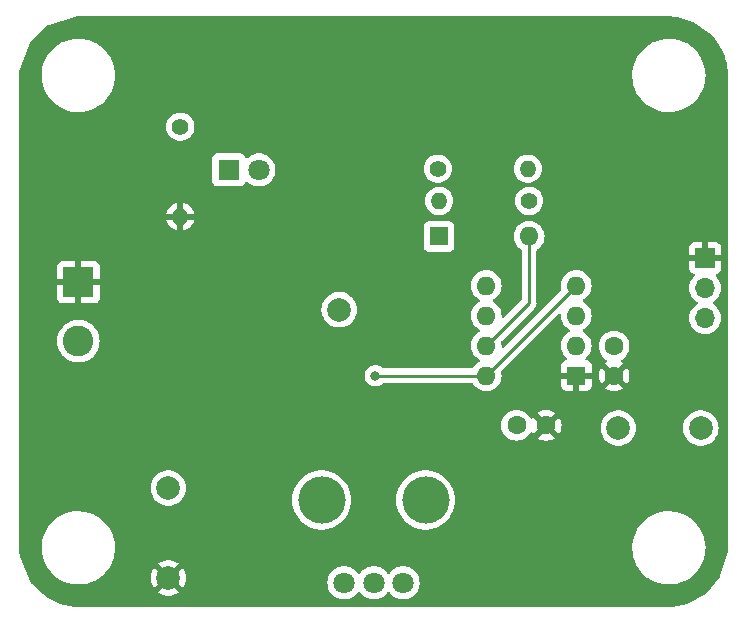
<source format=gbr>
%TF.GenerationSoftware,KiCad,Pcbnew,7.0.5*%
%TF.CreationDate,2023-06-11T14:56:47+10:00*%
%TF.ProjectId,Servo Controller 555,53657276-6f20-4436-9f6e-74726f6c6c65,rev?*%
%TF.SameCoordinates,Original*%
%TF.FileFunction,Copper,L2,Bot*%
%TF.FilePolarity,Positive*%
%FSLAX46Y46*%
G04 Gerber Fmt 4.6, Leading zero omitted, Abs format (unit mm)*
G04 Created by KiCad (PCBNEW 7.0.5) date 2023-06-11 14:56:47*
%MOMM*%
%LPD*%
G01*
G04 APERTURE LIST*
%TA.AperFunction,ComponentPad*%
%ADD10C,2.000000*%
%TD*%
%TA.AperFunction,ComponentPad*%
%ADD11R,2.600000X2.600000*%
%TD*%
%TA.AperFunction,ComponentPad*%
%ADD12C,2.600000*%
%TD*%
%TA.AperFunction,ComponentPad*%
%ADD13R,1.800000X1.800000*%
%TD*%
%TA.AperFunction,ComponentPad*%
%ADD14C,1.800000*%
%TD*%
%TA.AperFunction,ComponentPad*%
%ADD15C,1.600000*%
%TD*%
%TA.AperFunction,ComponentPad*%
%ADD16C,1.400000*%
%TD*%
%TA.AperFunction,ComponentPad*%
%ADD17O,1.400000X1.400000*%
%TD*%
%TA.AperFunction,ComponentPad*%
%ADD18R,1.600000X1.600000*%
%TD*%
%TA.AperFunction,ComponentPad*%
%ADD19O,1.600000X1.600000*%
%TD*%
%TA.AperFunction,ComponentPad*%
%ADD20R,1.700000X1.700000*%
%TD*%
%TA.AperFunction,ComponentPad*%
%ADD21O,1.700000X1.700000*%
%TD*%
%TA.AperFunction,ComponentPad*%
%ADD22C,4.000000*%
%TD*%
%TA.AperFunction,ViaPad*%
%ADD23C,0.800000*%
%TD*%
%TA.AperFunction,Conductor*%
%ADD24C,0.250000*%
%TD*%
G04 APERTURE END LIST*
D10*
%TO.P,TP5,1,1*%
%TO.N,/SIGNAL*%
X242705000Y-94840000D03*
%TD*%
%TO.P,TP4,1,1*%
%TO.N,Net-(D1-K)*%
X235720000Y-94840000D03*
%TD*%
%TO.P,TP3,1,1*%
%TO.N,GND*%
X197620000Y-107540000D03*
%TD*%
%TO.P,TP2,1,1*%
%TO.N,+5V*%
X212090000Y-84836000D03*
%TD*%
%TO.P,TP1,1,1*%
%TO.N,+12V*%
X197620000Y-99920000D03*
%TD*%
D11*
%TO.P,J2,1,Pin_1*%
%TO.N,GND*%
X190000000Y-82500000D03*
D12*
%TO.P,J2,2,Pin_2*%
%TO.N,Net-(D2-A)*%
X190000000Y-87500000D03*
%TD*%
D13*
%TO.P,D4,1,K*%
%TO.N,Net-(D4-K)*%
X202747500Y-73000000D03*
D14*
%TO.P,D4,2,A*%
%TO.N,+5V*%
X205287500Y-73000000D03*
%TD*%
D15*
%TO.P,C2,1*%
%TO.N,+5V*%
X227106000Y-94624000D03*
%TO.P,C2,2*%
%TO.N,GND*%
X229606000Y-94624000D03*
%TD*%
D16*
%TO.P,R2,1*%
%TO.N,Net-(R2-Pad1)*%
X220438000Y-72898000D03*
D17*
%TO.P,R2,2*%
%TO.N,Net-(D1-A)*%
X228058000Y-72898000D03*
%TD*%
D16*
%TO.P,R1,1*%
%TO.N,Net-(D1-A)*%
X228166000Y-75624000D03*
D17*
%TO.P,R1,2*%
%TO.N,Net-(D1-K)*%
X220546000Y-75624000D03*
%TD*%
D18*
%TO.P,U1,1,GND*%
%TO.N,GND*%
X232156000Y-90424000D03*
D19*
%TO.P,U1,2,TR*%
%TO.N,Net-(D1-K)*%
X232156000Y-87884000D03*
%TO.P,U1,3,Q*%
%TO.N,/SIGNAL*%
X232156000Y-85344000D03*
%TO.P,U1,4,R*%
%TO.N,+5V*%
X232156000Y-82804000D03*
%TO.P,U1,5,CV*%
%TO.N,unconnected-(U1-CV-Pad5)*%
X224536000Y-82804000D03*
%TO.P,U1,6,THR*%
%TO.N,Net-(D1-K)*%
X224536000Y-85344000D03*
%TO.P,U1,7,DIS*%
%TO.N,Net-(D1-A)*%
X224536000Y-87884000D03*
%TO.P,U1,8,VCC*%
%TO.N,+5V*%
X224536000Y-90424000D03*
%TD*%
D20*
%TO.P,J1,1,Pin_1*%
%TO.N,GND*%
X243078000Y-80460000D03*
D21*
%TO.P,J1,2,Pin_2*%
%TO.N,+5V*%
X243078000Y-83000000D03*
%TO.P,J1,3,Pin_3*%
%TO.N,/SIGNAL*%
X243078000Y-85540000D03*
%TD*%
D16*
%TO.P,R4,1*%
%TO.N,Net-(D4-K)*%
X198628000Y-69342000D03*
D17*
%TO.P,R4,2*%
%TO.N,GND*%
X198628000Y-76962000D03*
%TD*%
D22*
%TO.P,RV1,*%
%TO.N,*%
X210600000Y-100950000D03*
X219400000Y-100950000D03*
D14*
%TO.P,RV1,1,1*%
%TO.N,Net-(R2-Pad1)*%
X217500000Y-107950000D03*
%TO.P,RV1,2,2*%
%TO.N,+5V*%
X215000000Y-107950000D03*
%TO.P,RV1,3,3*%
%TO.N,unconnected-(RV1-Pad3)*%
X212500000Y-107950000D03*
%TD*%
D15*
%TO.P,C1,1*%
%TO.N,Net-(D1-K)*%
X235356000Y-87924000D03*
%TO.P,C1,2*%
%TO.N,GND*%
X235356000Y-90424000D03*
%TD*%
D18*
%TO.P,D1,1,K*%
%TO.N,Net-(D1-K)*%
X220546000Y-78624000D03*
D19*
%TO.P,D1,2,A*%
%TO.N,Net-(D1-A)*%
X228166000Y-78624000D03*
%TD*%
D23*
%TO.N,GND*%
X201422000Y-89662000D03*
%TO.N,+5V*%
X215138000Y-90424000D03*
%TD*%
D24*
%TO.N,+5V*%
X215138000Y-90424000D02*
X224536000Y-90424000D01*
X224536000Y-90424000D02*
X232156000Y-82804000D01*
%TO.N,Net-(D1-A)*%
X228166000Y-78624000D02*
X228166000Y-84254000D01*
X228166000Y-84254000D02*
X224536000Y-87884000D01*
%TD*%
%TA.AperFunction,Conductor*%
%TO.N,GND*%
G36*
X240001279Y-60000552D02*
G01*
X240217340Y-60009489D01*
X240415934Y-60018160D01*
X240420865Y-60018574D01*
X240631588Y-60044841D01*
X240650306Y-60048658D01*
X242041417Y-60446119D01*
X242079418Y-60464441D01*
X243631213Y-61572866D01*
X243650559Y-61589994D01*
X243747753Y-61696064D01*
X243749353Y-61697880D01*
X243888845Y-61862578D01*
X243890692Y-61864868D01*
X243928912Y-61914677D01*
X244009349Y-62019505D01*
X244013993Y-62026488D01*
X244597771Y-63048099D01*
X244601218Y-63055130D01*
X244634297Y-63134989D01*
X244634754Y-63136126D01*
X244652157Y-63180724D01*
X244713309Y-63337446D01*
X244714681Y-63341340D01*
X244775902Y-63535505D01*
X244837735Y-63743200D01*
X244838843Y-63747473D01*
X244882825Y-63945862D01*
X244927326Y-64158101D01*
X244928115Y-64162733D01*
X244954515Y-64363253D01*
X244981422Y-64579114D01*
X244981839Y-64584080D01*
X244990519Y-64782870D01*
X244999447Y-64998718D01*
X244999500Y-65001280D01*
X244999500Y-104998719D01*
X244999447Y-105001281D01*
X244990524Y-105217000D01*
X244986944Y-105299001D01*
X244981832Y-105329223D01*
X244355283Y-107417720D01*
X244331772Y-107461472D01*
X243160880Y-108866541D01*
X243145761Y-108881781D01*
X243137453Y-108888817D01*
X243135126Y-108890694D01*
X242973750Y-109014521D01*
X242972036Y-109015790D01*
X242965048Y-109020780D01*
X242948445Y-109030775D01*
X241568851Y-109720574D01*
X241537714Y-109731257D01*
X240296040Y-109979592D01*
X240271722Y-109982000D01*
X189750278Y-109982000D01*
X189725960Y-109979592D01*
X188484283Y-109731256D01*
X188453147Y-109720573D01*
X187464872Y-109226436D01*
X187440943Y-109210786D01*
X187339761Y-109126468D01*
X187042465Y-108878721D01*
X186047455Y-108049546D01*
X186028464Y-108029775D01*
X185985495Y-107973776D01*
X185984224Y-107972059D01*
X185892692Y-107843861D01*
X185877504Y-107815346D01*
X185866848Y-107786931D01*
X185166000Y-105918000D01*
X185101751Y-105789501D01*
X185101740Y-105789479D01*
X185061984Y-105709968D01*
X185049954Y-105670702D01*
X185045495Y-105636836D01*
X185018574Y-105420863D01*
X185018160Y-105415936D01*
X185009475Y-105217000D01*
X185004167Y-105088678D01*
X186895700Y-105088678D01*
X186926044Y-105441961D01*
X186926047Y-105441983D01*
X186996459Y-105789479D01*
X186996465Y-105789501D01*
X187106038Y-106126729D01*
X187253333Y-106449261D01*
X187253338Y-106449271D01*
X187436434Y-106752901D01*
X187436438Y-106752906D01*
X187436443Y-106752915D01*
X187487615Y-106819276D01*
X187652963Y-107033704D01*
X187652975Y-107033718D01*
X187900086Y-107287988D01*
X187900095Y-107287997D01*
X188174595Y-107512455D01*
X188228876Y-107547339D01*
X188472875Y-107704150D01*
X188472881Y-107704153D01*
X188472883Y-107704154D01*
X188472891Y-107704159D01*
X188791096Y-107860609D01*
X189125061Y-107979768D01*
X189470432Y-108060080D01*
X189756953Y-108092955D01*
X189822705Y-108100500D01*
X189822707Y-108100500D01*
X190088563Y-108100500D01*
X190088576Y-108100500D01*
X190354008Y-108085322D01*
X190703400Y-108024857D01*
X191043623Y-107924959D01*
X191370241Y-107786929D01*
X191678995Y-107612568D01*
X191778869Y-107540005D01*
X196114859Y-107540005D01*
X196135385Y-107787729D01*
X196135387Y-107787738D01*
X196196412Y-108028717D01*
X196296266Y-108256364D01*
X196396564Y-108409882D01*
X197136923Y-107669523D01*
X197160507Y-107749844D01*
X197238239Y-107870798D01*
X197346900Y-107964952D01*
X197477685Y-108024680D01*
X197487466Y-108026086D01*
X196749942Y-108763609D01*
X196796768Y-108800055D01*
X196796770Y-108800056D01*
X197015385Y-108918364D01*
X197015396Y-108918369D01*
X197250506Y-108999083D01*
X197495707Y-109040000D01*
X197744293Y-109040000D01*
X197989493Y-108999083D01*
X198224603Y-108918369D01*
X198224614Y-108918364D01*
X198443228Y-108800057D01*
X198443231Y-108800055D01*
X198490056Y-108763609D01*
X197752533Y-108026086D01*
X197762315Y-108024680D01*
X197893100Y-107964952D01*
X198001761Y-107870798D01*
X198079493Y-107749844D01*
X198103076Y-107669524D01*
X198843434Y-108409882D01*
X198943731Y-108256369D01*
X199043587Y-108028717D01*
X199063520Y-107950006D01*
X211094700Y-107950006D01*
X211113864Y-108181297D01*
X211113866Y-108181308D01*
X211170842Y-108406300D01*
X211264075Y-108618848D01*
X211391016Y-108813147D01*
X211391019Y-108813151D01*
X211391021Y-108813153D01*
X211548216Y-108983913D01*
X211548219Y-108983915D01*
X211548222Y-108983918D01*
X211731365Y-109126464D01*
X211731371Y-109126468D01*
X211731374Y-109126470D01*
X211935497Y-109236936D01*
X212049487Y-109276068D01*
X212155015Y-109312297D01*
X212155017Y-109312297D01*
X212155019Y-109312298D01*
X212383951Y-109350500D01*
X212383952Y-109350500D01*
X212616048Y-109350500D01*
X212616049Y-109350500D01*
X212844981Y-109312298D01*
X213064503Y-109236936D01*
X213268626Y-109126470D01*
X213451784Y-108983913D01*
X213608979Y-108813153D01*
X213646191Y-108756194D01*
X213699335Y-108710839D01*
X213768566Y-108701415D01*
X213831902Y-108730916D01*
X213853807Y-108756195D01*
X213891015Y-108813145D01*
X213891017Y-108813147D01*
X213891021Y-108813153D01*
X214048216Y-108983913D01*
X214048219Y-108983915D01*
X214048222Y-108983918D01*
X214231365Y-109126464D01*
X214231371Y-109126468D01*
X214231374Y-109126470D01*
X214435497Y-109236936D01*
X214549487Y-109276068D01*
X214655015Y-109312297D01*
X214655017Y-109312297D01*
X214655019Y-109312298D01*
X214883951Y-109350500D01*
X214883952Y-109350500D01*
X215116048Y-109350500D01*
X215116049Y-109350500D01*
X215344981Y-109312298D01*
X215564503Y-109236936D01*
X215768626Y-109126470D01*
X215951784Y-108983913D01*
X216108979Y-108813153D01*
X216146190Y-108756196D01*
X216199337Y-108710839D01*
X216268569Y-108701415D01*
X216331904Y-108730917D01*
X216353809Y-108756196D01*
X216391016Y-108813147D01*
X216391019Y-108813151D01*
X216391021Y-108813153D01*
X216548216Y-108983913D01*
X216548219Y-108983915D01*
X216548222Y-108983918D01*
X216731365Y-109126464D01*
X216731371Y-109126468D01*
X216731374Y-109126470D01*
X216935497Y-109236936D01*
X217049487Y-109276068D01*
X217155015Y-109312297D01*
X217155017Y-109312297D01*
X217155019Y-109312298D01*
X217383951Y-109350500D01*
X217383952Y-109350500D01*
X217616048Y-109350500D01*
X217616049Y-109350500D01*
X217844981Y-109312298D01*
X218064503Y-109236936D01*
X218268626Y-109126470D01*
X218451784Y-108983913D01*
X218608979Y-108813153D01*
X218735924Y-108618849D01*
X218829157Y-108406300D01*
X218886134Y-108181305D01*
X218892830Y-108100499D01*
X218905300Y-107950006D01*
X218905300Y-107949993D01*
X218886135Y-107718702D01*
X218886133Y-107718691D01*
X218829157Y-107493699D01*
X218735924Y-107281151D01*
X218608983Y-107086852D01*
X218608980Y-107086849D01*
X218608979Y-107086847D01*
X218451784Y-106916087D01*
X218451779Y-106916083D01*
X218451777Y-106916081D01*
X218268634Y-106773535D01*
X218268628Y-106773531D01*
X218064504Y-106663064D01*
X218064495Y-106663061D01*
X217844984Y-106587702D01*
X217673282Y-106559050D01*
X217616049Y-106549500D01*
X217383951Y-106549500D01*
X217338164Y-106557140D01*
X217155015Y-106587702D01*
X216935504Y-106663061D01*
X216935495Y-106663064D01*
X216731371Y-106773531D01*
X216731365Y-106773535D01*
X216548222Y-106916081D01*
X216548219Y-106916084D01*
X216548216Y-106916086D01*
X216548216Y-106916087D01*
X216439930Y-107033718D01*
X216391015Y-107086854D01*
X216353808Y-107143804D01*
X216300662Y-107189161D01*
X216231430Y-107198584D01*
X216168095Y-107169082D01*
X216146192Y-107143804D01*
X216108984Y-107086854D01*
X216108982Y-107086852D01*
X216108979Y-107086847D01*
X215951784Y-106916087D01*
X215951779Y-106916083D01*
X215951777Y-106916081D01*
X215768634Y-106773535D01*
X215768628Y-106773531D01*
X215564504Y-106663064D01*
X215564495Y-106663061D01*
X215344984Y-106587702D01*
X215173281Y-106559050D01*
X215116049Y-106549500D01*
X214883951Y-106549500D01*
X214838164Y-106557140D01*
X214655015Y-106587702D01*
X214435504Y-106663061D01*
X214435495Y-106663064D01*
X214231371Y-106773531D01*
X214231365Y-106773535D01*
X214048222Y-106916081D01*
X214048219Y-106916084D01*
X214048216Y-106916086D01*
X214048216Y-106916087D01*
X213939930Y-107033718D01*
X213891015Y-107086854D01*
X213853808Y-107143804D01*
X213800662Y-107189161D01*
X213731430Y-107198584D01*
X213668095Y-107169082D01*
X213646192Y-107143804D01*
X213608984Y-107086854D01*
X213608982Y-107086852D01*
X213608979Y-107086847D01*
X213451784Y-106916087D01*
X213451779Y-106916083D01*
X213451777Y-106916081D01*
X213268634Y-106773535D01*
X213268628Y-106773531D01*
X213064504Y-106663064D01*
X213064495Y-106663061D01*
X212844984Y-106587702D01*
X212673282Y-106559050D01*
X212616049Y-106549500D01*
X212383951Y-106549500D01*
X212338164Y-106557140D01*
X212155015Y-106587702D01*
X211935504Y-106663061D01*
X211935495Y-106663064D01*
X211731371Y-106773531D01*
X211731365Y-106773535D01*
X211548222Y-106916081D01*
X211548219Y-106916084D01*
X211391016Y-107086852D01*
X211264075Y-107281151D01*
X211170842Y-107493699D01*
X211113866Y-107718691D01*
X211113864Y-107718702D01*
X211094700Y-107949993D01*
X211094700Y-107950006D01*
X199063520Y-107950006D01*
X199104612Y-107787738D01*
X199104614Y-107787729D01*
X199125141Y-107540005D01*
X199125141Y-107539994D01*
X199104614Y-107292270D01*
X199104612Y-107292261D01*
X199043587Y-107051282D01*
X198943731Y-106823630D01*
X198843434Y-106670116D01*
X198103076Y-107410475D01*
X198079493Y-107330156D01*
X198001761Y-107209202D01*
X197893100Y-107115048D01*
X197762315Y-107055320D01*
X197752534Y-107053913D01*
X198490057Y-106316390D01*
X198490056Y-106316389D01*
X198443229Y-106279943D01*
X198224614Y-106161635D01*
X198224603Y-106161630D01*
X197989493Y-106080916D01*
X197744293Y-106040000D01*
X197495707Y-106040000D01*
X197250506Y-106080916D01*
X197015396Y-106161630D01*
X197015390Y-106161632D01*
X196796761Y-106279949D01*
X196749942Y-106316388D01*
X196749942Y-106316390D01*
X197487466Y-107053913D01*
X197477685Y-107055320D01*
X197346900Y-107115048D01*
X197238239Y-107209202D01*
X197160507Y-107330156D01*
X197136923Y-107410474D01*
X196396564Y-106670116D01*
X196296267Y-106823632D01*
X196196412Y-107051282D01*
X196135387Y-107292261D01*
X196135385Y-107292270D01*
X196114859Y-107539994D01*
X196114859Y-107540005D01*
X191778869Y-107540005D01*
X191965861Y-107404147D01*
X192227099Y-107164385D01*
X192459304Y-106896407D01*
X192659448Y-106603706D01*
X192824921Y-106290098D01*
X192953568Y-105959672D01*
X192989522Y-105822891D01*
X193038505Y-105636538D01*
X193043710Y-105616736D01*
X193094173Y-105265759D01*
X193099232Y-105088678D01*
X236895700Y-105088678D01*
X236926044Y-105441961D01*
X236926047Y-105441983D01*
X236996459Y-105789479D01*
X236996465Y-105789501D01*
X237106038Y-106126729D01*
X237253333Y-106449261D01*
X237253338Y-106449271D01*
X237436434Y-106752901D01*
X237436438Y-106752906D01*
X237436443Y-106752915D01*
X237487615Y-106819276D01*
X237652963Y-107033704D01*
X237652975Y-107033718D01*
X237900086Y-107287988D01*
X237900095Y-107287997D01*
X238174595Y-107512455D01*
X238228876Y-107547339D01*
X238472875Y-107704150D01*
X238472881Y-107704153D01*
X238472883Y-107704154D01*
X238472891Y-107704159D01*
X238791096Y-107860609D01*
X239125061Y-107979768D01*
X239470432Y-108060080D01*
X239756953Y-108092955D01*
X239822705Y-108100500D01*
X239822707Y-108100500D01*
X240088563Y-108100500D01*
X240088576Y-108100500D01*
X240354008Y-108085322D01*
X240703400Y-108024857D01*
X241043623Y-107924959D01*
X241370241Y-107786929D01*
X241678995Y-107612568D01*
X241965861Y-107404147D01*
X242227099Y-107164385D01*
X242459304Y-106896407D01*
X242659448Y-106603706D01*
X242824921Y-106290098D01*
X242953568Y-105959672D01*
X242989522Y-105822891D01*
X243038505Y-105636538D01*
X243043710Y-105616736D01*
X243094173Y-105265759D01*
X243101729Y-105001281D01*
X243104299Y-104911328D01*
X243104299Y-104911317D01*
X243089089Y-104734233D01*
X243073955Y-104558032D01*
X243073952Y-104558016D01*
X243003540Y-104210520D01*
X243003534Y-104210498D01*
X242948242Y-104040328D01*
X242893964Y-103873277D01*
X242819357Y-103709911D01*
X242746666Y-103550738D01*
X242746661Y-103550728D01*
X242563565Y-103247098D01*
X242563563Y-103247096D01*
X242563557Y-103247085D01*
X242423469Y-103065416D01*
X242347036Y-102966295D01*
X242347024Y-102966281D01*
X242099913Y-102712011D01*
X242099910Y-102712008D01*
X242099905Y-102712003D01*
X241825405Y-102487545D01*
X241825402Y-102487543D01*
X241527124Y-102295849D01*
X241527118Y-102295846D01*
X241527112Y-102295843D01*
X241527109Y-102295841D01*
X241208904Y-102139391D01*
X241208900Y-102139389D01*
X241208899Y-102139389D01*
X240874940Y-102020232D01*
X240681031Y-101975141D01*
X240529568Y-101939920D01*
X240412143Y-101926446D01*
X240177295Y-101899500D01*
X240177293Y-101899500D01*
X239911424Y-101899500D01*
X239911414Y-101899500D01*
X239645995Y-101914677D01*
X239296608Y-101975141D01*
X239296591Y-101975145D01*
X238956380Y-102075040D01*
X238956377Y-102075041D01*
X238804107Y-102139391D01*
X238629766Y-102213068D01*
X238629761Y-102213070D01*
X238321005Y-102387431D01*
X238321002Y-102387433D01*
X238034138Y-102595853D01*
X237772901Y-102835615D01*
X237772900Y-102835616D01*
X237540695Y-103103593D01*
X237340555Y-103396288D01*
X237340548Y-103396299D01*
X237175085Y-103709889D01*
X237175075Y-103709911D01*
X237046429Y-104040333D01*
X236956290Y-104383260D01*
X236905828Y-104734233D01*
X236905826Y-104734253D01*
X236895700Y-105088671D01*
X236895700Y-105088678D01*
X193099232Y-105088678D01*
X193101729Y-105001281D01*
X193104299Y-104911328D01*
X193104299Y-104911317D01*
X193089089Y-104734233D01*
X193073955Y-104558032D01*
X193073952Y-104558016D01*
X193003540Y-104210520D01*
X193003534Y-104210498D01*
X192948242Y-104040328D01*
X192893964Y-103873277D01*
X192819357Y-103709911D01*
X192746666Y-103550738D01*
X192746661Y-103550728D01*
X192563565Y-103247098D01*
X192563563Y-103247096D01*
X192563557Y-103247085D01*
X192423469Y-103065416D01*
X192347036Y-102966295D01*
X192347024Y-102966281D01*
X192099913Y-102712011D01*
X192099910Y-102712008D01*
X192099905Y-102712003D01*
X191825405Y-102487545D01*
X191825402Y-102487543D01*
X191527124Y-102295849D01*
X191527118Y-102295846D01*
X191527112Y-102295843D01*
X191527109Y-102295841D01*
X191208904Y-102139391D01*
X191208900Y-102139389D01*
X191208899Y-102139389D01*
X190874940Y-102020232D01*
X190681031Y-101975141D01*
X190529568Y-101939920D01*
X190412143Y-101926446D01*
X190177295Y-101899500D01*
X190177293Y-101899500D01*
X189911424Y-101899500D01*
X189911414Y-101899500D01*
X189645995Y-101914677D01*
X189296608Y-101975141D01*
X189296591Y-101975145D01*
X188956380Y-102075040D01*
X188956377Y-102075041D01*
X188804107Y-102139391D01*
X188629766Y-102213068D01*
X188629761Y-102213070D01*
X188321005Y-102387431D01*
X188321002Y-102387433D01*
X188034138Y-102595853D01*
X187772901Y-102835615D01*
X187772900Y-102835616D01*
X187540695Y-103103593D01*
X187340555Y-103396288D01*
X187340548Y-103396299D01*
X187175085Y-103709889D01*
X187175075Y-103709911D01*
X187046429Y-104040333D01*
X186956290Y-104383260D01*
X186905828Y-104734233D01*
X186905826Y-104734253D01*
X186895700Y-105088671D01*
X186895700Y-105088678D01*
X185004167Y-105088678D01*
X185004167Y-105088671D01*
X185000552Y-105001280D01*
X185000500Y-104998719D01*
X185000500Y-99920005D01*
X196114357Y-99920005D01*
X196134890Y-100167812D01*
X196134892Y-100167824D01*
X196195936Y-100408881D01*
X196295826Y-100636606D01*
X196431833Y-100844782D01*
X196431836Y-100844785D01*
X196600256Y-101027738D01*
X196796491Y-101180474D01*
X197015190Y-101298828D01*
X197250386Y-101379571D01*
X197495665Y-101420500D01*
X197744335Y-101420500D01*
X197989614Y-101379571D01*
X198224810Y-101298828D01*
X198443509Y-101180474D01*
X198639744Y-101027738D01*
X198711302Y-100950005D01*
X208094556Y-100950005D01*
X208114310Y-101264004D01*
X208114311Y-101264011D01*
X208173270Y-101573083D01*
X208270497Y-101872316D01*
X208270499Y-101872321D01*
X208404461Y-102157003D01*
X208404464Y-102157009D01*
X208573051Y-102422661D01*
X208573054Y-102422665D01*
X208773606Y-102665090D01*
X208773608Y-102665092D01*
X208773610Y-102665094D01*
X208823572Y-102712011D01*
X209002968Y-102880476D01*
X209002978Y-102880484D01*
X209257504Y-103065408D01*
X209257509Y-103065410D01*
X209257516Y-103065416D01*
X209533234Y-103216994D01*
X209533239Y-103216996D01*
X209533241Y-103216997D01*
X209533242Y-103216998D01*
X209825771Y-103332818D01*
X209825774Y-103332819D01*
X210072970Y-103396288D01*
X210130527Y-103411066D01*
X210196010Y-103419338D01*
X210442670Y-103450499D01*
X210442679Y-103450499D01*
X210442682Y-103450500D01*
X210442684Y-103450500D01*
X210757316Y-103450500D01*
X210757318Y-103450500D01*
X210757321Y-103450499D01*
X210757329Y-103450499D01*
X210943593Y-103426968D01*
X211069473Y-103411066D01*
X211374225Y-103332819D01*
X211374228Y-103332818D01*
X211666757Y-103216998D01*
X211666758Y-103216997D01*
X211666756Y-103216997D01*
X211666766Y-103216994D01*
X211942484Y-103065416D01*
X212197030Y-102880478D01*
X212426390Y-102665094D01*
X212626947Y-102422663D01*
X212795537Y-102157007D01*
X212929503Y-101872315D01*
X213026731Y-101573079D01*
X213085688Y-101264015D01*
X213105444Y-100950005D01*
X216894556Y-100950005D01*
X216914310Y-101264004D01*
X216914311Y-101264011D01*
X216973270Y-101573083D01*
X217070497Y-101872316D01*
X217070499Y-101872321D01*
X217204461Y-102157003D01*
X217204464Y-102157009D01*
X217373051Y-102422661D01*
X217373054Y-102422665D01*
X217573606Y-102665090D01*
X217573608Y-102665092D01*
X217573610Y-102665094D01*
X217623572Y-102712011D01*
X217802968Y-102880476D01*
X217802978Y-102880484D01*
X218057504Y-103065408D01*
X218057509Y-103065410D01*
X218057516Y-103065416D01*
X218333234Y-103216994D01*
X218333239Y-103216996D01*
X218333241Y-103216997D01*
X218333242Y-103216998D01*
X218625771Y-103332818D01*
X218625774Y-103332819D01*
X218872970Y-103396288D01*
X218930527Y-103411066D01*
X218996010Y-103419338D01*
X219242670Y-103450499D01*
X219242679Y-103450499D01*
X219242682Y-103450500D01*
X219242684Y-103450500D01*
X219557316Y-103450500D01*
X219557318Y-103450500D01*
X219557321Y-103450499D01*
X219557329Y-103450499D01*
X219743593Y-103426968D01*
X219869473Y-103411066D01*
X220174225Y-103332819D01*
X220174228Y-103332818D01*
X220466757Y-103216998D01*
X220466758Y-103216997D01*
X220466756Y-103216997D01*
X220466766Y-103216994D01*
X220742484Y-103065416D01*
X220997030Y-102880478D01*
X221226390Y-102665094D01*
X221426947Y-102422663D01*
X221595537Y-102157007D01*
X221729503Y-101872315D01*
X221826731Y-101573079D01*
X221885688Y-101264015D01*
X221905444Y-100950000D01*
X221898824Y-100844785D01*
X221885689Y-100635995D01*
X221885688Y-100635988D01*
X221885688Y-100635985D01*
X221826731Y-100326921D01*
X221729503Y-100027685D01*
X221595537Y-99742993D01*
X221426947Y-99477337D01*
X221426945Y-99477334D01*
X221226393Y-99234909D01*
X221226391Y-99234907D01*
X220997031Y-99019523D01*
X220997021Y-99019515D01*
X220742495Y-98834591D01*
X220742488Y-98834586D01*
X220742484Y-98834584D01*
X220466766Y-98683006D01*
X220466763Y-98683004D01*
X220466758Y-98683002D01*
X220466757Y-98683001D01*
X220174228Y-98567181D01*
X220174225Y-98567180D01*
X219869476Y-98488934D01*
X219869463Y-98488932D01*
X219557329Y-98449500D01*
X219557318Y-98449500D01*
X219242682Y-98449500D01*
X219242670Y-98449500D01*
X218930536Y-98488932D01*
X218930523Y-98488934D01*
X218625774Y-98567180D01*
X218625771Y-98567181D01*
X218333242Y-98683001D01*
X218333241Y-98683002D01*
X218057516Y-98834584D01*
X218057504Y-98834591D01*
X217802978Y-99019515D01*
X217802968Y-99019523D01*
X217573608Y-99234907D01*
X217573606Y-99234909D01*
X217373054Y-99477334D01*
X217373051Y-99477338D01*
X217204464Y-99742990D01*
X217204461Y-99742996D01*
X217070499Y-100027678D01*
X217070497Y-100027683D01*
X216973270Y-100326916D01*
X216914311Y-100635988D01*
X216914310Y-100635995D01*
X216894556Y-100949994D01*
X216894556Y-100950005D01*
X213105444Y-100950005D01*
X213105444Y-100950000D01*
X213098824Y-100844785D01*
X213085689Y-100635995D01*
X213085688Y-100635988D01*
X213085688Y-100635985D01*
X213026731Y-100326921D01*
X212929503Y-100027685D01*
X212795537Y-99742993D01*
X212626947Y-99477337D01*
X212626945Y-99477334D01*
X212426393Y-99234909D01*
X212426391Y-99234907D01*
X212197031Y-99019523D01*
X212197021Y-99019515D01*
X211942495Y-98834591D01*
X211942488Y-98834586D01*
X211942484Y-98834584D01*
X211666766Y-98683006D01*
X211666763Y-98683004D01*
X211666758Y-98683002D01*
X211666757Y-98683001D01*
X211374228Y-98567181D01*
X211374225Y-98567180D01*
X211069476Y-98488934D01*
X211069463Y-98488932D01*
X210757329Y-98449500D01*
X210757318Y-98449500D01*
X210442682Y-98449500D01*
X210442670Y-98449500D01*
X210130536Y-98488932D01*
X210130523Y-98488934D01*
X209825774Y-98567180D01*
X209825771Y-98567181D01*
X209533242Y-98683001D01*
X209533241Y-98683002D01*
X209257516Y-98834584D01*
X209257504Y-98834591D01*
X209002978Y-99019515D01*
X209002968Y-99019523D01*
X208773608Y-99234907D01*
X208773606Y-99234909D01*
X208573054Y-99477334D01*
X208573051Y-99477338D01*
X208404464Y-99742990D01*
X208404461Y-99742996D01*
X208270499Y-100027678D01*
X208270497Y-100027683D01*
X208173270Y-100326916D01*
X208114311Y-100635988D01*
X208114310Y-100635995D01*
X208094556Y-100949994D01*
X208094556Y-100950005D01*
X198711302Y-100950005D01*
X198808164Y-100844785D01*
X198944173Y-100636607D01*
X199044063Y-100408881D01*
X199105108Y-100167821D01*
X199125643Y-99920000D01*
X199105108Y-99672179D01*
X199105107Y-99672175D01*
X199044063Y-99431118D01*
X198944173Y-99203393D01*
X198808166Y-98995217D01*
X198786557Y-98971744D01*
X198639744Y-98812262D01*
X198443509Y-98659526D01*
X198443507Y-98659525D01*
X198443506Y-98659524D01*
X198224811Y-98541172D01*
X198224802Y-98541169D01*
X197989616Y-98460429D01*
X197744335Y-98419500D01*
X197495665Y-98419500D01*
X197250383Y-98460429D01*
X197015197Y-98541169D01*
X197015188Y-98541172D01*
X196796493Y-98659524D01*
X196600257Y-98812261D01*
X196431833Y-98995217D01*
X196295826Y-99203393D01*
X196195936Y-99431118D01*
X196134892Y-99672175D01*
X196134890Y-99672187D01*
X196114357Y-99919994D01*
X196114357Y-99920005D01*
X185000500Y-99920005D01*
X185000500Y-94624001D01*
X225800532Y-94624001D01*
X225820364Y-94850686D01*
X225820366Y-94850697D01*
X225879258Y-95070488D01*
X225879261Y-95070497D01*
X225975431Y-95276732D01*
X225975432Y-95276734D01*
X226105954Y-95463141D01*
X226266858Y-95624045D01*
X226266861Y-95624047D01*
X226453266Y-95754568D01*
X226659504Y-95850739D01*
X226879308Y-95909635D01*
X227041230Y-95923801D01*
X227105998Y-95929468D01*
X227106000Y-95929468D01*
X227106002Y-95929468D01*
X227162672Y-95924509D01*
X227332692Y-95909635D01*
X227552496Y-95850739D01*
X227758734Y-95754568D01*
X227945139Y-95624047D01*
X228106047Y-95463139D01*
X228236568Y-95276734D01*
X228243893Y-95261023D01*
X228290062Y-95208586D01*
X228357254Y-95189432D01*
X228424136Y-95209645D01*
X228468657Y-95261023D01*
X228475865Y-95276481D01*
X228475866Y-95276483D01*
X228526973Y-95349471D01*
X228526974Y-95349472D01*
X229208046Y-94668399D01*
X229220835Y-94749148D01*
X229278359Y-94862045D01*
X229367955Y-94951641D01*
X229480852Y-95009165D01*
X229561599Y-95021953D01*
X228880526Y-95703025D01*
X228880526Y-95703026D01*
X228953512Y-95754131D01*
X228953516Y-95754133D01*
X229159673Y-95850265D01*
X229159682Y-95850269D01*
X229379389Y-95909139D01*
X229379400Y-95909141D01*
X229605998Y-95928966D01*
X229606002Y-95928966D01*
X229832599Y-95909141D01*
X229832610Y-95909139D01*
X230052317Y-95850269D01*
X230052331Y-95850264D01*
X230258478Y-95754136D01*
X230331472Y-95703025D01*
X229650401Y-95021953D01*
X229731148Y-95009165D01*
X229844045Y-94951641D01*
X229933641Y-94862045D01*
X229991165Y-94749148D01*
X230003953Y-94668400D01*
X230685025Y-95349472D01*
X230736136Y-95276478D01*
X230832264Y-95070331D01*
X230832269Y-95070317D01*
X230891139Y-94850610D01*
X230891141Y-94850599D01*
X230892068Y-94840005D01*
X234214357Y-94840005D01*
X234234890Y-95087812D01*
X234234892Y-95087824D01*
X234295936Y-95328881D01*
X234395826Y-95556606D01*
X234531833Y-95764782D01*
X234531836Y-95764785D01*
X234700256Y-95947738D01*
X234896491Y-96100474D01*
X235115190Y-96218828D01*
X235350386Y-96299571D01*
X235595665Y-96340500D01*
X235844335Y-96340500D01*
X236089614Y-96299571D01*
X236324810Y-96218828D01*
X236543509Y-96100474D01*
X236739744Y-95947738D01*
X236908164Y-95764785D01*
X237044173Y-95556607D01*
X237144063Y-95328881D01*
X237205108Y-95087821D01*
X237206559Y-95070317D01*
X237223816Y-94862045D01*
X237225643Y-94840005D01*
X241199357Y-94840005D01*
X241219890Y-95087812D01*
X241219892Y-95087824D01*
X241280936Y-95328881D01*
X241380826Y-95556606D01*
X241516833Y-95764782D01*
X241516836Y-95764785D01*
X241685256Y-95947738D01*
X241881491Y-96100474D01*
X242100190Y-96218828D01*
X242335386Y-96299571D01*
X242580665Y-96340500D01*
X242829335Y-96340500D01*
X243074614Y-96299571D01*
X243309810Y-96218828D01*
X243528509Y-96100474D01*
X243724744Y-95947738D01*
X243893164Y-95764785D01*
X244029173Y-95556607D01*
X244129063Y-95328881D01*
X244190108Y-95087821D01*
X244191559Y-95070317D01*
X244208816Y-94862045D01*
X244210643Y-94840000D01*
X244190108Y-94592179D01*
X244129063Y-94351119D01*
X244073303Y-94224000D01*
X244029173Y-94123393D01*
X243893166Y-93915217D01*
X243871557Y-93891744D01*
X243724744Y-93732262D01*
X243528509Y-93579526D01*
X243528507Y-93579525D01*
X243528506Y-93579524D01*
X243309811Y-93461172D01*
X243309802Y-93461169D01*
X243074616Y-93380429D01*
X242829335Y-93339500D01*
X242580665Y-93339500D01*
X242335383Y-93380429D01*
X242100197Y-93461169D01*
X242100188Y-93461172D01*
X241881493Y-93579524D01*
X241685257Y-93732261D01*
X241516833Y-93915217D01*
X241380826Y-94123393D01*
X241280936Y-94351118D01*
X241219892Y-94592175D01*
X241219890Y-94592187D01*
X241199357Y-94839994D01*
X241199357Y-94840005D01*
X237225643Y-94840005D01*
X237225643Y-94840000D01*
X237205108Y-94592179D01*
X237144063Y-94351119D01*
X237088303Y-94224000D01*
X237044173Y-94123393D01*
X236908166Y-93915217D01*
X236886557Y-93891744D01*
X236739744Y-93732262D01*
X236543509Y-93579526D01*
X236543507Y-93579525D01*
X236543506Y-93579524D01*
X236324811Y-93461172D01*
X236324802Y-93461169D01*
X236089616Y-93380429D01*
X235844335Y-93339500D01*
X235595665Y-93339500D01*
X235350383Y-93380429D01*
X235115197Y-93461169D01*
X235115188Y-93461172D01*
X234896493Y-93579524D01*
X234700257Y-93732261D01*
X234531833Y-93915217D01*
X234395826Y-94123393D01*
X234295936Y-94351118D01*
X234234892Y-94592175D01*
X234234890Y-94592187D01*
X234214357Y-94839994D01*
X234214357Y-94840005D01*
X230892068Y-94840005D01*
X230910966Y-94624002D01*
X230910966Y-94623997D01*
X230891141Y-94397400D01*
X230891139Y-94397389D01*
X230832269Y-94177682D01*
X230832265Y-94177673D01*
X230736133Y-93971516D01*
X230736131Y-93971512D01*
X230685026Y-93898526D01*
X230685025Y-93898526D01*
X230003953Y-94579598D01*
X229991165Y-94498852D01*
X229933641Y-94385955D01*
X229844045Y-94296359D01*
X229731148Y-94238835D01*
X229650400Y-94226046D01*
X230331472Y-93544974D01*
X230331471Y-93544973D01*
X230258483Y-93493866D01*
X230258481Y-93493865D01*
X230052326Y-93397734D01*
X230052317Y-93397730D01*
X229832610Y-93338860D01*
X229832599Y-93338858D01*
X229606002Y-93319034D01*
X229605998Y-93319034D01*
X229379400Y-93338858D01*
X229379389Y-93338860D01*
X229159682Y-93397730D01*
X229159673Y-93397734D01*
X228953513Y-93493868D01*
X228880527Y-93544972D01*
X228880526Y-93544973D01*
X229561600Y-94226046D01*
X229480852Y-94238835D01*
X229367955Y-94296359D01*
X229278359Y-94385955D01*
X229220835Y-94498852D01*
X229208046Y-94579599D01*
X228526973Y-93898526D01*
X228526972Y-93898527D01*
X228475868Y-93971512D01*
X228468656Y-93986979D01*
X228422482Y-94039417D01*
X228355288Y-94058567D01*
X228288407Y-94038350D01*
X228243893Y-93986976D01*
X228236568Y-93971266D01*
X228106047Y-93784861D01*
X228106045Y-93784858D01*
X227945141Y-93623954D01*
X227758734Y-93493432D01*
X227758732Y-93493431D01*
X227552497Y-93397261D01*
X227552488Y-93397258D01*
X227332697Y-93338366D01*
X227332693Y-93338365D01*
X227332692Y-93338365D01*
X227332691Y-93338364D01*
X227332686Y-93338364D01*
X227106002Y-93318532D01*
X227105998Y-93318532D01*
X226879313Y-93338364D01*
X226879302Y-93338366D01*
X226659511Y-93397258D01*
X226659502Y-93397261D01*
X226453267Y-93493431D01*
X226453265Y-93493432D01*
X226266858Y-93623954D01*
X226105954Y-93784858D01*
X225975432Y-93971265D01*
X225975431Y-93971267D01*
X225879261Y-94177502D01*
X225879258Y-94177511D01*
X225820366Y-94397302D01*
X225820364Y-94397313D01*
X225800532Y-94623998D01*
X225800532Y-94624001D01*
X185000500Y-94624001D01*
X185000500Y-90424000D01*
X214232540Y-90424000D01*
X214252326Y-90612256D01*
X214252327Y-90612259D01*
X214310818Y-90792277D01*
X214310821Y-90792284D01*
X214405467Y-90956216D01*
X214513982Y-91076734D01*
X214532129Y-91096888D01*
X214685265Y-91208148D01*
X214685270Y-91208151D01*
X214858192Y-91285142D01*
X214858197Y-91285144D01*
X215043354Y-91324500D01*
X215043355Y-91324500D01*
X215232644Y-91324500D01*
X215232646Y-91324500D01*
X215417803Y-91285144D01*
X215590730Y-91208151D01*
X215743871Y-91096888D01*
X215746788Y-91093647D01*
X215749600Y-91090526D01*
X215809087Y-91053879D01*
X215841748Y-91049500D01*
X223321812Y-91049500D01*
X223388851Y-91069185D01*
X223423387Y-91102377D01*
X223535954Y-91263141D01*
X223696858Y-91424045D01*
X223696861Y-91424047D01*
X223883266Y-91554568D01*
X224089504Y-91650739D01*
X224309308Y-91709635D01*
X224471230Y-91723801D01*
X224535998Y-91729468D01*
X224536000Y-91729468D01*
X224536002Y-91729468D01*
X224598511Y-91723999D01*
X224762692Y-91709635D01*
X224982496Y-91650739D01*
X225188734Y-91554568D01*
X225375139Y-91424047D01*
X225536047Y-91263139D01*
X225666568Y-91076734D01*
X225762739Y-90870496D01*
X225821635Y-90650692D01*
X225841468Y-90424000D01*
X225821635Y-90197308D01*
X225803318Y-90128948D01*
X225804981Y-90059103D01*
X225835410Y-90009179D01*
X230643183Y-85201406D01*
X230704504Y-85167923D01*
X230774196Y-85172907D01*
X230830129Y-85214779D01*
X230854546Y-85280243D01*
X230854390Y-85299895D01*
X230850532Y-85343996D01*
X230850532Y-85344001D01*
X230870364Y-85570686D01*
X230870366Y-85570697D01*
X230929258Y-85790488D01*
X230929261Y-85790497D01*
X231025431Y-85996732D01*
X231025432Y-85996734D01*
X231155954Y-86183141D01*
X231316858Y-86344045D01*
X231316861Y-86344047D01*
X231503266Y-86474568D01*
X231521130Y-86482898D01*
X231561275Y-86501618D01*
X231613714Y-86547791D01*
X231632866Y-86614984D01*
X231612650Y-86681865D01*
X231561275Y-86726382D01*
X231503267Y-86753431D01*
X231503265Y-86753432D01*
X231316858Y-86883954D01*
X231155954Y-87044858D01*
X231025432Y-87231265D01*
X231025431Y-87231267D01*
X230929261Y-87437502D01*
X230929258Y-87437511D01*
X230870366Y-87657302D01*
X230870364Y-87657313D01*
X230850532Y-87883998D01*
X230850532Y-87884001D01*
X230870364Y-88110686D01*
X230870366Y-88110697D01*
X230929258Y-88330488D01*
X230929261Y-88330497D01*
X231025431Y-88536732D01*
X231025432Y-88536734D01*
X231155954Y-88723141D01*
X231316858Y-88884045D01*
X231342086Y-88901710D01*
X231385711Y-88956287D01*
X231392905Y-89025785D01*
X231361382Y-89088140D01*
X231301153Y-89123554D01*
X231284221Y-89126574D01*
X231248626Y-89130401D01*
X231248620Y-89130403D01*
X231113913Y-89180645D01*
X231113906Y-89180649D01*
X230998812Y-89266809D01*
X230998809Y-89266812D01*
X230912649Y-89381906D01*
X230912645Y-89381913D01*
X230862403Y-89516620D01*
X230862401Y-89516627D01*
X230856000Y-89576155D01*
X230856000Y-90174000D01*
X231840314Y-90174000D01*
X231828359Y-90185955D01*
X231770835Y-90298852D01*
X231751014Y-90424000D01*
X231770835Y-90549148D01*
X231828359Y-90662045D01*
X231840314Y-90674000D01*
X230856000Y-90674000D01*
X230856000Y-91271844D01*
X230862401Y-91331372D01*
X230862403Y-91331379D01*
X230912645Y-91466086D01*
X230912649Y-91466093D01*
X230998809Y-91581187D01*
X230998812Y-91581190D01*
X231113906Y-91667350D01*
X231113913Y-91667354D01*
X231248620Y-91717596D01*
X231248627Y-91717598D01*
X231308155Y-91723999D01*
X231308172Y-91724000D01*
X231905999Y-91724000D01*
X231905999Y-90739685D01*
X231917955Y-90751641D01*
X232030852Y-90809165D01*
X232124519Y-90824000D01*
X232187481Y-90824000D01*
X232281148Y-90809165D01*
X232394045Y-90751641D01*
X232406000Y-90739686D01*
X232406000Y-91724000D01*
X233003828Y-91724000D01*
X233003844Y-91723999D01*
X233063372Y-91717598D01*
X233063379Y-91717596D01*
X233198086Y-91667354D01*
X233198093Y-91667350D01*
X233313187Y-91581190D01*
X233313190Y-91581187D01*
X233399350Y-91466093D01*
X233399354Y-91466086D01*
X233449596Y-91331379D01*
X233449598Y-91331372D01*
X233455999Y-91271844D01*
X233456000Y-91271827D01*
X233456000Y-90674000D01*
X232471686Y-90674000D01*
X232483641Y-90662045D01*
X232541165Y-90549148D01*
X232560986Y-90424000D01*
X232541165Y-90298852D01*
X232483641Y-90185955D01*
X232471686Y-90174000D01*
X233455999Y-90174000D01*
X233456000Y-89576172D01*
X233455999Y-89576155D01*
X233449598Y-89516627D01*
X233449596Y-89516620D01*
X233399354Y-89381913D01*
X233399350Y-89381906D01*
X233313190Y-89266812D01*
X233313187Y-89266809D01*
X233198093Y-89180649D01*
X233198086Y-89180645D01*
X233063379Y-89130403D01*
X233063373Y-89130401D01*
X233027778Y-89126574D01*
X232963228Y-89099835D01*
X232923381Y-89042441D01*
X232920888Y-88972616D01*
X232956542Y-88912528D01*
X232969913Y-88901710D01*
X232995139Y-88884047D01*
X233156047Y-88723139D01*
X233286568Y-88536734D01*
X233382739Y-88330496D01*
X233441635Y-88110692D01*
X233457968Y-87924001D01*
X234050532Y-87924001D01*
X234070364Y-88150686D01*
X234070366Y-88150697D01*
X234129258Y-88370488D01*
X234129261Y-88370497D01*
X234225431Y-88576732D01*
X234225432Y-88576734D01*
X234355954Y-88763141D01*
X234516858Y-88924045D01*
X234516861Y-88924047D01*
X234703266Y-89054568D01*
X234718975Y-89061893D01*
X234771414Y-89108064D01*
X234790567Y-89175257D01*
X234770352Y-89242138D01*
X234718979Y-89286656D01*
X234703512Y-89293868D01*
X234630527Y-89344972D01*
X234630526Y-89344973D01*
X235311600Y-90026046D01*
X235230852Y-90038835D01*
X235117955Y-90096359D01*
X235028359Y-90185955D01*
X234970835Y-90298852D01*
X234958046Y-90379599D01*
X234276973Y-89698526D01*
X234276972Y-89698527D01*
X234225868Y-89771513D01*
X234129734Y-89977673D01*
X234129730Y-89977682D01*
X234070860Y-90197389D01*
X234070858Y-90197400D01*
X234051034Y-90423997D01*
X234051034Y-90424002D01*
X234070858Y-90650599D01*
X234070860Y-90650610D01*
X234129730Y-90870317D01*
X234129734Y-90870326D01*
X234225865Y-91076481D01*
X234225866Y-91076483D01*
X234276973Y-91149471D01*
X234276974Y-91149472D01*
X234958046Y-90468399D01*
X234970835Y-90549148D01*
X235028359Y-90662045D01*
X235117955Y-90751641D01*
X235230852Y-90809165D01*
X235311599Y-90821953D01*
X234630526Y-91503025D01*
X234630526Y-91503026D01*
X234703512Y-91554131D01*
X234703516Y-91554133D01*
X234909673Y-91650265D01*
X234909682Y-91650269D01*
X235129389Y-91709139D01*
X235129400Y-91709141D01*
X235355998Y-91728966D01*
X235356002Y-91728966D01*
X235582599Y-91709141D01*
X235582610Y-91709139D01*
X235802317Y-91650269D01*
X235802331Y-91650264D01*
X236008478Y-91554136D01*
X236081472Y-91503025D01*
X235400401Y-90821953D01*
X235481148Y-90809165D01*
X235594045Y-90751641D01*
X235683641Y-90662045D01*
X235741165Y-90549148D01*
X235753953Y-90468400D01*
X236435025Y-91149472D01*
X236486136Y-91076478D01*
X236582264Y-90870331D01*
X236582269Y-90870317D01*
X236641139Y-90650610D01*
X236641141Y-90650599D01*
X236660966Y-90424002D01*
X236660966Y-90423997D01*
X236641141Y-90197400D01*
X236641139Y-90197389D01*
X236582269Y-89977682D01*
X236582265Y-89977673D01*
X236486133Y-89771516D01*
X236486131Y-89771512D01*
X236435026Y-89698526D01*
X236435025Y-89698526D01*
X235753953Y-90379598D01*
X235741165Y-90298852D01*
X235683641Y-90185955D01*
X235594045Y-90096359D01*
X235481148Y-90038835D01*
X235400400Y-90026046D01*
X236081472Y-89344974D01*
X236081471Y-89344973D01*
X236008483Y-89293866D01*
X236008481Y-89293865D01*
X235993023Y-89286657D01*
X235940584Y-89240484D01*
X235921432Y-89173290D01*
X235941648Y-89106409D01*
X235993023Y-89061893D01*
X236008734Y-89054568D01*
X236195139Y-88924047D01*
X236356047Y-88763139D01*
X236486568Y-88576734D01*
X236582739Y-88370496D01*
X236641635Y-88150692D01*
X236661468Y-87924000D01*
X236657968Y-87884000D01*
X236641635Y-87697313D01*
X236641635Y-87697308D01*
X236582739Y-87477504D01*
X236486568Y-87271266D01*
X236356047Y-87084861D01*
X236356045Y-87084858D01*
X236195141Y-86923954D01*
X236008734Y-86793432D01*
X236008732Y-86793431D01*
X235802497Y-86697261D01*
X235802488Y-86697258D01*
X235582697Y-86638366D01*
X235582693Y-86638365D01*
X235582692Y-86638365D01*
X235582691Y-86638364D01*
X235582686Y-86638364D01*
X235356002Y-86618532D01*
X235355998Y-86618532D01*
X235129313Y-86638364D01*
X235129302Y-86638366D01*
X234909511Y-86697258D01*
X234909502Y-86697261D01*
X234703267Y-86793431D01*
X234703265Y-86793432D01*
X234516858Y-86923954D01*
X234355954Y-87084858D01*
X234225432Y-87271265D01*
X234225431Y-87271267D01*
X234129261Y-87477502D01*
X234129258Y-87477511D01*
X234070366Y-87697302D01*
X234070364Y-87697313D01*
X234050532Y-87923998D01*
X234050532Y-87924001D01*
X233457968Y-87924001D01*
X233461468Y-87884000D01*
X233441635Y-87657308D01*
X233382739Y-87437504D01*
X233286568Y-87231266D01*
X233156047Y-87044861D01*
X233156045Y-87044858D01*
X232995141Y-86883954D01*
X232808734Y-86753432D01*
X232808728Y-86753429D01*
X232750725Y-86726382D01*
X232698285Y-86680210D01*
X232679133Y-86613017D01*
X232699348Y-86546135D01*
X232750725Y-86501618D01*
X232808734Y-86474568D01*
X232995139Y-86344047D01*
X233156047Y-86183139D01*
X233286568Y-85996734D01*
X233382739Y-85790496D01*
X233441635Y-85570692D01*
X233444320Y-85540000D01*
X241722341Y-85540000D01*
X241742936Y-85775403D01*
X241742938Y-85775413D01*
X241804094Y-86003655D01*
X241804096Y-86003659D01*
X241804097Y-86003663D01*
X241847376Y-86096474D01*
X241903965Y-86217830D01*
X241903967Y-86217834D01*
X241987059Y-86336500D01*
X242039505Y-86411401D01*
X242206599Y-86578495D01*
X242258711Y-86614984D01*
X242400165Y-86714032D01*
X242400167Y-86714033D01*
X242400170Y-86714035D01*
X242614337Y-86813903D01*
X242842592Y-86875063D01*
X243030918Y-86891539D01*
X243077999Y-86895659D01*
X243078000Y-86895659D01*
X243078001Y-86895659D01*
X243117234Y-86892226D01*
X243313408Y-86875063D01*
X243541663Y-86813903D01*
X243755830Y-86714035D01*
X243949401Y-86578495D01*
X244116495Y-86411401D01*
X244252035Y-86217830D01*
X244351903Y-86003663D01*
X244413063Y-85775408D01*
X244433659Y-85540000D01*
X244413063Y-85304592D01*
X244351903Y-85076337D01*
X244252035Y-84862171D01*
X244233714Y-84836005D01*
X244116494Y-84668597D01*
X243949402Y-84501506D01*
X243949401Y-84501505D01*
X243777285Y-84380988D01*
X243763841Y-84371574D01*
X243720216Y-84316997D01*
X243713024Y-84247498D01*
X243744546Y-84185144D01*
X243763836Y-84168428D01*
X243949401Y-84038495D01*
X244116495Y-83871401D01*
X244252035Y-83677830D01*
X244351903Y-83463663D01*
X244413063Y-83235408D01*
X244433659Y-83000000D01*
X244413063Y-82764592D01*
X244362879Y-82577302D01*
X244351905Y-82536344D01*
X244351904Y-82536343D01*
X244351903Y-82536337D01*
X244252035Y-82322171D01*
X244234790Y-82297543D01*
X244116496Y-82128600D01*
X244070277Y-82082381D01*
X243994179Y-82006283D01*
X243960696Y-81944963D01*
X243965680Y-81875271D01*
X244007551Y-81819337D01*
X244038529Y-81802422D01*
X244170086Y-81753354D01*
X244170093Y-81753350D01*
X244285187Y-81667190D01*
X244285190Y-81667187D01*
X244371350Y-81552093D01*
X244371354Y-81552086D01*
X244421596Y-81417379D01*
X244421598Y-81417372D01*
X244427999Y-81357844D01*
X244428000Y-81357827D01*
X244428000Y-80710000D01*
X243511686Y-80710000D01*
X243537493Y-80669844D01*
X243578000Y-80531889D01*
X243578000Y-80388111D01*
X243537493Y-80250156D01*
X243511686Y-80210000D01*
X244428000Y-80210000D01*
X244428000Y-79562172D01*
X244427999Y-79562155D01*
X244421598Y-79502627D01*
X244421596Y-79502620D01*
X244371354Y-79367913D01*
X244371350Y-79367906D01*
X244285190Y-79252812D01*
X244285187Y-79252809D01*
X244170093Y-79166649D01*
X244170086Y-79166645D01*
X244035379Y-79116403D01*
X244035372Y-79116401D01*
X243975844Y-79110000D01*
X243328000Y-79110000D01*
X243328000Y-80024498D01*
X243220315Y-79975320D01*
X243113763Y-79960000D01*
X243042237Y-79960000D01*
X242935685Y-79975320D01*
X242828000Y-80024498D01*
X242828000Y-79110000D01*
X242180155Y-79110000D01*
X242120627Y-79116401D01*
X242120620Y-79116403D01*
X241985913Y-79166645D01*
X241985906Y-79166649D01*
X241870812Y-79252809D01*
X241870809Y-79252812D01*
X241784649Y-79367906D01*
X241784645Y-79367913D01*
X241734403Y-79502620D01*
X241734401Y-79502627D01*
X241728000Y-79562155D01*
X241728000Y-79562172D01*
X241727999Y-80209999D01*
X241728000Y-80210000D01*
X242644314Y-80210000D01*
X242618507Y-80250156D01*
X242578000Y-80388111D01*
X242578000Y-80531889D01*
X242618507Y-80669844D01*
X242644314Y-80710000D01*
X241728000Y-80710000D01*
X241728000Y-81357844D01*
X241734401Y-81417372D01*
X241734403Y-81417379D01*
X241784645Y-81552086D01*
X241784649Y-81552093D01*
X241870809Y-81667187D01*
X241870812Y-81667190D01*
X241985906Y-81753350D01*
X241985913Y-81753354D01*
X242117470Y-81802421D01*
X242173403Y-81844292D01*
X242197821Y-81909756D01*
X242182970Y-81978029D01*
X242161819Y-82006284D01*
X242039503Y-82128600D01*
X241903965Y-82322169D01*
X241903964Y-82322171D01*
X241804098Y-82536335D01*
X241804094Y-82536344D01*
X241742938Y-82764586D01*
X241742936Y-82764596D01*
X241722341Y-82999999D01*
X241722341Y-83000000D01*
X241742936Y-83235403D01*
X241742938Y-83235413D01*
X241804094Y-83463655D01*
X241804096Y-83463659D01*
X241804097Y-83463663D01*
X241856259Y-83575524D01*
X241903965Y-83677830D01*
X241903967Y-83677834D01*
X242039501Y-83871395D01*
X242039506Y-83871402D01*
X242206597Y-84038493D01*
X242206603Y-84038498D01*
X242392158Y-84168425D01*
X242435783Y-84223002D01*
X242442977Y-84292500D01*
X242411454Y-84354855D01*
X242392158Y-84371575D01*
X242206597Y-84501505D01*
X242039505Y-84668597D01*
X241903965Y-84862169D01*
X241903964Y-84862171D01*
X241804098Y-85076335D01*
X241804094Y-85076344D01*
X241742938Y-85304586D01*
X241742936Y-85304596D01*
X241722341Y-85539999D01*
X241722341Y-85540000D01*
X233444320Y-85540000D01*
X233461468Y-85344000D01*
X233441635Y-85117308D01*
X233382739Y-84897504D01*
X233286568Y-84691266D01*
X233156047Y-84504861D01*
X233156045Y-84504858D01*
X232995141Y-84343954D01*
X232808734Y-84213432D01*
X232808728Y-84213429D01*
X232750725Y-84186382D01*
X232698285Y-84140210D01*
X232679133Y-84073017D01*
X232699348Y-84006135D01*
X232750725Y-83961618D01*
X232808734Y-83934568D01*
X232995139Y-83804047D01*
X233156047Y-83643139D01*
X233286568Y-83456734D01*
X233382739Y-83250496D01*
X233441635Y-83030692D01*
X233461468Y-82804000D01*
X233441635Y-82577308D01*
X233382739Y-82357504D01*
X233286568Y-82151266D01*
X233156047Y-81964861D01*
X233156045Y-81964858D01*
X232995141Y-81803954D01*
X232808734Y-81673432D01*
X232808732Y-81673431D01*
X232602497Y-81577261D01*
X232602488Y-81577258D01*
X232382697Y-81518366D01*
X232382693Y-81518365D01*
X232382692Y-81518365D01*
X232382691Y-81518364D01*
X232382686Y-81518364D01*
X232156002Y-81498532D01*
X232155998Y-81498532D01*
X231929313Y-81518364D01*
X231929302Y-81518366D01*
X231709511Y-81577258D01*
X231709502Y-81577261D01*
X231503267Y-81673431D01*
X231503265Y-81673432D01*
X231316858Y-81803954D01*
X231155954Y-81964858D01*
X231025432Y-82151265D01*
X231025431Y-82151267D01*
X230929261Y-82357502D01*
X230929258Y-82357511D01*
X230870366Y-82577302D01*
X230870364Y-82577313D01*
X230859416Y-82702457D01*
X230850532Y-82804000D01*
X230870364Y-83030686D01*
X230870365Y-83030691D01*
X230870366Y-83030697D01*
X230888680Y-83099048D01*
X230887017Y-83168897D01*
X230856586Y-83218821D01*
X226048818Y-88026589D01*
X225987495Y-88060074D01*
X225917803Y-88055090D01*
X225861870Y-88013218D01*
X225837453Y-87947754D01*
X225837608Y-87928109D01*
X225841468Y-87884000D01*
X225821635Y-87657308D01*
X225803318Y-87588948D01*
X225804981Y-87519103D01*
X225835410Y-87469179D01*
X228549788Y-84754801D01*
X228562042Y-84744986D01*
X228561859Y-84744764D01*
X228567868Y-84739791D01*
X228567877Y-84739786D01*
X228614607Y-84690022D01*
X228615846Y-84688743D01*
X228636120Y-84668471D01*
X228640379Y-84662978D01*
X228644152Y-84658561D01*
X228676062Y-84624582D01*
X228685713Y-84607024D01*
X228696396Y-84590761D01*
X228708673Y-84574936D01*
X228727185Y-84532153D01*
X228729738Y-84526941D01*
X228752197Y-84486092D01*
X228757180Y-84466680D01*
X228763481Y-84448280D01*
X228771437Y-84429896D01*
X228778729Y-84383852D01*
X228779906Y-84378171D01*
X228791500Y-84333019D01*
X228791500Y-84312982D01*
X228793027Y-84293582D01*
X228796160Y-84273804D01*
X228791775Y-84227415D01*
X228791500Y-84221577D01*
X228791500Y-79838188D01*
X228811185Y-79771149D01*
X228844377Y-79736613D01*
X228944745Y-79666335D01*
X229005139Y-79624047D01*
X229166047Y-79463139D01*
X229296568Y-79276734D01*
X229392739Y-79070496D01*
X229451635Y-78850692D01*
X229471468Y-78624000D01*
X229451635Y-78397308D01*
X229392739Y-78177504D01*
X229296568Y-77971266D01*
X229166047Y-77784861D01*
X229166045Y-77784858D01*
X229005141Y-77623954D01*
X228818734Y-77493432D01*
X228818732Y-77493431D01*
X228612497Y-77397261D01*
X228612488Y-77397258D01*
X228392697Y-77338366D01*
X228392693Y-77338365D01*
X228392692Y-77338365D01*
X228392691Y-77338364D01*
X228392686Y-77338364D01*
X228166002Y-77318532D01*
X228165998Y-77318532D01*
X227939313Y-77338364D01*
X227939302Y-77338366D01*
X227719511Y-77397258D01*
X227719502Y-77397261D01*
X227513267Y-77493431D01*
X227513265Y-77493432D01*
X227326858Y-77623954D01*
X227165954Y-77784858D01*
X227035432Y-77971265D01*
X227035431Y-77971267D01*
X226939261Y-78177502D01*
X226939258Y-78177511D01*
X226880366Y-78397302D01*
X226880364Y-78397313D01*
X226860532Y-78623998D01*
X226860532Y-78624001D01*
X226880364Y-78850686D01*
X226880366Y-78850697D01*
X226939258Y-79070488D01*
X226939261Y-79070497D01*
X227035431Y-79276732D01*
X227035432Y-79276734D01*
X227165954Y-79463141D01*
X227326858Y-79624045D01*
X227487623Y-79736613D01*
X227531248Y-79791189D01*
X227540500Y-79838188D01*
X227540500Y-83943546D01*
X227520815Y-84010585D01*
X227504181Y-84031227D01*
X226048818Y-85486589D01*
X225987495Y-85520074D01*
X225917803Y-85515090D01*
X225861870Y-85473218D01*
X225837453Y-85407754D01*
X225837608Y-85388109D01*
X225841468Y-85344000D01*
X225821635Y-85117308D01*
X225762739Y-84897504D01*
X225666568Y-84691266D01*
X225536047Y-84504861D01*
X225536045Y-84504858D01*
X225375141Y-84343954D01*
X225188734Y-84213432D01*
X225188728Y-84213429D01*
X225130725Y-84186382D01*
X225078285Y-84140210D01*
X225059133Y-84073017D01*
X225079348Y-84006135D01*
X225130725Y-83961618D01*
X225188734Y-83934568D01*
X225375139Y-83804047D01*
X225536047Y-83643139D01*
X225666568Y-83456734D01*
X225762739Y-83250496D01*
X225821635Y-83030692D01*
X225841468Y-82804000D01*
X225821635Y-82577308D01*
X225762739Y-82357504D01*
X225666568Y-82151266D01*
X225536047Y-81964861D01*
X225536045Y-81964858D01*
X225375141Y-81803954D01*
X225188734Y-81673432D01*
X225188732Y-81673431D01*
X224982497Y-81577261D01*
X224982488Y-81577258D01*
X224762697Y-81518366D01*
X224762693Y-81518365D01*
X224762692Y-81518365D01*
X224762691Y-81518364D01*
X224762686Y-81518364D01*
X224536002Y-81498532D01*
X224535998Y-81498532D01*
X224309313Y-81518364D01*
X224309302Y-81518366D01*
X224089511Y-81577258D01*
X224089502Y-81577261D01*
X223883267Y-81673431D01*
X223883265Y-81673432D01*
X223696858Y-81803954D01*
X223535954Y-81964858D01*
X223405432Y-82151265D01*
X223405431Y-82151267D01*
X223309261Y-82357502D01*
X223309258Y-82357511D01*
X223250366Y-82577302D01*
X223250364Y-82577313D01*
X223230532Y-82803998D01*
X223230532Y-82804001D01*
X223250364Y-83030686D01*
X223250366Y-83030697D01*
X223309258Y-83250488D01*
X223309261Y-83250497D01*
X223405431Y-83456732D01*
X223405432Y-83456734D01*
X223535954Y-83643141D01*
X223696858Y-83804045D01*
X223696861Y-83804047D01*
X223883266Y-83934568D01*
X223941275Y-83961618D01*
X223993714Y-84007791D01*
X224012866Y-84074984D01*
X223992650Y-84141865D01*
X223941275Y-84186382D01*
X223883267Y-84213431D01*
X223883265Y-84213432D01*
X223696858Y-84343954D01*
X223535954Y-84504858D01*
X223405432Y-84691265D01*
X223405431Y-84691267D01*
X223309261Y-84897502D01*
X223309258Y-84897511D01*
X223250366Y-85117302D01*
X223250364Y-85117313D01*
X223230532Y-85343998D01*
X223230532Y-85344001D01*
X223250364Y-85570686D01*
X223250366Y-85570697D01*
X223309258Y-85790488D01*
X223309261Y-85790497D01*
X223405431Y-85996732D01*
X223405432Y-85996734D01*
X223535954Y-86183141D01*
X223696858Y-86344045D01*
X223696861Y-86344047D01*
X223883266Y-86474568D01*
X223901130Y-86482898D01*
X223941275Y-86501618D01*
X223993714Y-86547791D01*
X224012866Y-86614984D01*
X223992650Y-86681865D01*
X223941275Y-86726382D01*
X223883267Y-86753431D01*
X223883265Y-86753432D01*
X223696858Y-86883954D01*
X223535954Y-87044858D01*
X223405432Y-87231265D01*
X223405431Y-87231267D01*
X223309261Y-87437502D01*
X223309258Y-87437511D01*
X223250366Y-87657302D01*
X223250364Y-87657313D01*
X223230532Y-87883998D01*
X223230532Y-87884001D01*
X223250364Y-88110686D01*
X223250366Y-88110697D01*
X223309258Y-88330488D01*
X223309261Y-88330497D01*
X223405431Y-88536732D01*
X223405432Y-88536734D01*
X223535954Y-88723141D01*
X223696858Y-88884045D01*
X223696861Y-88884047D01*
X223883266Y-89014568D01*
X223941275Y-89041618D01*
X223993714Y-89087791D01*
X224012866Y-89154984D01*
X223992650Y-89221865D01*
X223941275Y-89266381D01*
X223924272Y-89274310D01*
X223883267Y-89293431D01*
X223883265Y-89293432D01*
X223696858Y-89423954D01*
X223535954Y-89584858D01*
X223423387Y-89745623D01*
X223368811Y-89789248D01*
X223321812Y-89798500D01*
X215841748Y-89798500D01*
X215774709Y-89778815D01*
X215749600Y-89757474D01*
X215743873Y-89751114D01*
X215743869Y-89751110D01*
X215590734Y-89639851D01*
X215590729Y-89639848D01*
X215417807Y-89562857D01*
X215417802Y-89562855D01*
X215272001Y-89531865D01*
X215232646Y-89523500D01*
X215043354Y-89523500D01*
X215010897Y-89530398D01*
X214858197Y-89562855D01*
X214858192Y-89562857D01*
X214685270Y-89639848D01*
X214685265Y-89639851D01*
X214532129Y-89751111D01*
X214405466Y-89891785D01*
X214310821Y-90055715D01*
X214310818Y-90055722D01*
X214252327Y-90235740D01*
X214252326Y-90235744D01*
X214232540Y-90424000D01*
X185000500Y-90424000D01*
X185000500Y-87500004D01*
X188194451Y-87500004D01*
X188214616Y-87769101D01*
X188273386Y-88026589D01*
X188274666Y-88032195D01*
X188373257Y-88283398D01*
X188508185Y-88517102D01*
X188644080Y-88687509D01*
X188676442Y-88728089D01*
X188844523Y-88884044D01*
X188874259Y-88911635D01*
X189097226Y-89063651D01*
X189340359Y-89180738D01*
X189598228Y-89260280D01*
X189598229Y-89260280D01*
X189598232Y-89260281D01*
X189865063Y-89300499D01*
X189865068Y-89300499D01*
X189865071Y-89300500D01*
X189865072Y-89300500D01*
X190134928Y-89300500D01*
X190134929Y-89300500D01*
X190178943Y-89293866D01*
X190401767Y-89260281D01*
X190401768Y-89260280D01*
X190401772Y-89260280D01*
X190659641Y-89180738D01*
X190902775Y-89063651D01*
X191125741Y-88911635D01*
X191323561Y-88728085D01*
X191491815Y-88517102D01*
X191626743Y-88283398D01*
X191725334Y-88032195D01*
X191785383Y-87769103D01*
X191804065Y-87519800D01*
X191805549Y-87500004D01*
X191805549Y-87499995D01*
X191785383Y-87230898D01*
X191752051Y-87084861D01*
X191725334Y-86967805D01*
X191626743Y-86716602D01*
X191491815Y-86482898D01*
X191323561Y-86271915D01*
X191323560Y-86271914D01*
X191323557Y-86271910D01*
X191125741Y-86088365D01*
X190902775Y-85936349D01*
X190902769Y-85936346D01*
X190902768Y-85936345D01*
X190902767Y-85936344D01*
X190659643Y-85819263D01*
X190659645Y-85819263D01*
X190401773Y-85739720D01*
X190401767Y-85739718D01*
X190134936Y-85699500D01*
X190134929Y-85699500D01*
X189865071Y-85699500D01*
X189865063Y-85699500D01*
X189598232Y-85739718D01*
X189598226Y-85739720D01*
X189340358Y-85819262D01*
X189097230Y-85936346D01*
X188874258Y-86088365D01*
X188676442Y-86271910D01*
X188508185Y-86482898D01*
X188373258Y-86716599D01*
X188373256Y-86716603D01*
X188274666Y-86967804D01*
X188274664Y-86967811D01*
X188214616Y-87230898D01*
X188194451Y-87499995D01*
X188194451Y-87500004D01*
X185000500Y-87500004D01*
X185000500Y-84836005D01*
X210584357Y-84836005D01*
X210604890Y-85083812D01*
X210604892Y-85083824D01*
X210665936Y-85324881D01*
X210765826Y-85552606D01*
X210901833Y-85760782D01*
X210929187Y-85790496D01*
X211070256Y-85943738D01*
X211266491Y-86096474D01*
X211266493Y-86096475D01*
X211426637Y-86183141D01*
X211485190Y-86214828D01*
X211720386Y-86295571D01*
X211965665Y-86336500D01*
X212214335Y-86336500D01*
X212459614Y-86295571D01*
X212694810Y-86214828D01*
X212913509Y-86096474D01*
X213109744Y-85943738D01*
X213278164Y-85760785D01*
X213414173Y-85552607D01*
X213514063Y-85324881D01*
X213575108Y-85083821D01*
X213575729Y-85076335D01*
X213590546Y-84897511D01*
X213595643Y-84836000D01*
X213578125Y-84624583D01*
X213575109Y-84588187D01*
X213575107Y-84588175D01*
X213514063Y-84347118D01*
X213414173Y-84119393D01*
X213278166Y-83911217D01*
X213256557Y-83887744D01*
X213109744Y-83728262D01*
X212913509Y-83575526D01*
X212913507Y-83575525D01*
X212913506Y-83575524D01*
X212694811Y-83457172D01*
X212694802Y-83457169D01*
X212459616Y-83376429D01*
X212214335Y-83335500D01*
X211965665Y-83335500D01*
X211720383Y-83376429D01*
X211485197Y-83457169D01*
X211485188Y-83457172D01*
X211266493Y-83575524D01*
X211070257Y-83728261D01*
X210901833Y-83911217D01*
X210765826Y-84119393D01*
X210665936Y-84347118D01*
X210604892Y-84588175D01*
X210604890Y-84588187D01*
X210584357Y-84835994D01*
X210584357Y-84836005D01*
X185000500Y-84836005D01*
X185000500Y-83847844D01*
X188200000Y-83847844D01*
X188206401Y-83907372D01*
X188206403Y-83907379D01*
X188256645Y-84042086D01*
X188256649Y-84042093D01*
X188342809Y-84157187D01*
X188342812Y-84157190D01*
X188457906Y-84243350D01*
X188457913Y-84243354D01*
X188592620Y-84293596D01*
X188592627Y-84293598D01*
X188652155Y-84299999D01*
X188652172Y-84300000D01*
X189750000Y-84300000D01*
X189750000Y-83104310D01*
X189758817Y-83109158D01*
X189917886Y-83150000D01*
X190040894Y-83150000D01*
X190162933Y-83134583D01*
X190250000Y-83100110D01*
X190250000Y-84300000D01*
X191347828Y-84300000D01*
X191347844Y-84299999D01*
X191407372Y-84293598D01*
X191407379Y-84293596D01*
X191542086Y-84243354D01*
X191542093Y-84243350D01*
X191657187Y-84157190D01*
X191657190Y-84157187D01*
X191743350Y-84042093D01*
X191743354Y-84042086D01*
X191793596Y-83907379D01*
X191793598Y-83907372D01*
X191799999Y-83847844D01*
X191800000Y-83847827D01*
X191800000Y-82750000D01*
X190600728Y-82750000D01*
X190623100Y-82702457D01*
X190653873Y-82541138D01*
X190643561Y-82377234D01*
X190602220Y-82250000D01*
X191800000Y-82250000D01*
X191800000Y-81152172D01*
X191799999Y-81152155D01*
X191793598Y-81092627D01*
X191793596Y-81092620D01*
X191743354Y-80957913D01*
X191743350Y-80957906D01*
X191657190Y-80842812D01*
X191657187Y-80842809D01*
X191542093Y-80756649D01*
X191542086Y-80756645D01*
X191407379Y-80706403D01*
X191407372Y-80706401D01*
X191347844Y-80700000D01*
X190250000Y-80700000D01*
X190249999Y-81895689D01*
X190241183Y-81890842D01*
X190082114Y-81850000D01*
X189959106Y-81850000D01*
X189837067Y-81865417D01*
X189750000Y-81899889D01*
X189750000Y-80700000D01*
X188652155Y-80700000D01*
X188592627Y-80706401D01*
X188592620Y-80706403D01*
X188457913Y-80756645D01*
X188457906Y-80756649D01*
X188342812Y-80842809D01*
X188342809Y-80842812D01*
X188256649Y-80957906D01*
X188256645Y-80957913D01*
X188206403Y-81092620D01*
X188206401Y-81092627D01*
X188200000Y-81152155D01*
X188200000Y-82250000D01*
X189399272Y-82250000D01*
X189376900Y-82297543D01*
X189346127Y-82458862D01*
X189356439Y-82622766D01*
X189397780Y-82750000D01*
X188200000Y-82750000D01*
X188200000Y-83847844D01*
X185000500Y-83847844D01*
X185000500Y-79471870D01*
X219245500Y-79471870D01*
X219245501Y-79471876D01*
X219251908Y-79531483D01*
X219302202Y-79666328D01*
X219302206Y-79666335D01*
X219388452Y-79781544D01*
X219388455Y-79781547D01*
X219503664Y-79867793D01*
X219503671Y-79867797D01*
X219638517Y-79918091D01*
X219638516Y-79918091D01*
X219645444Y-79918835D01*
X219698127Y-79924500D01*
X221393872Y-79924499D01*
X221453483Y-79918091D01*
X221588331Y-79867796D01*
X221703546Y-79781546D01*
X221789796Y-79666331D01*
X221840091Y-79531483D01*
X221846500Y-79471873D01*
X221846499Y-77776128D01*
X221840091Y-77716517D01*
X221805567Y-77623954D01*
X221789797Y-77581671D01*
X221789793Y-77581664D01*
X221703547Y-77466455D01*
X221703544Y-77466452D01*
X221588335Y-77380206D01*
X221588328Y-77380202D01*
X221453482Y-77329908D01*
X221453483Y-77329908D01*
X221393883Y-77323501D01*
X221393881Y-77323500D01*
X221393873Y-77323500D01*
X221393864Y-77323500D01*
X219698129Y-77323500D01*
X219698123Y-77323501D01*
X219638516Y-77329908D01*
X219503671Y-77380202D01*
X219503664Y-77380206D01*
X219388455Y-77466452D01*
X219388452Y-77466455D01*
X219302206Y-77581664D01*
X219302202Y-77581671D01*
X219251908Y-77716517D01*
X219245739Y-77773900D01*
X219245501Y-77776123D01*
X219245500Y-77776135D01*
X219245500Y-79471870D01*
X185000500Y-79471870D01*
X185000500Y-77212000D01*
X197451505Y-77212000D01*
X197504239Y-77397349D01*
X197603368Y-77596425D01*
X197737391Y-77773900D01*
X197901738Y-77923721D01*
X198090820Y-78040797D01*
X198090822Y-78040798D01*
X198298195Y-78121135D01*
X198378000Y-78136052D01*
X198378000Y-77212000D01*
X197451505Y-77212000D01*
X185000500Y-77212000D01*
X185000500Y-76991302D01*
X198274372Y-76991302D01*
X198303047Y-77104538D01*
X198366936Y-77202327D01*
X198459115Y-77274072D01*
X198569595Y-77312000D01*
X198657005Y-77312000D01*
X198743216Y-77297614D01*
X198845947Y-77242019D01*
X198873581Y-77212000D01*
X198878000Y-77212000D01*
X198878000Y-78136052D01*
X198957804Y-78121135D01*
X199165177Y-78040798D01*
X199165179Y-78040797D01*
X199354261Y-77923721D01*
X199518608Y-77773900D01*
X199652631Y-77596425D01*
X199751760Y-77397349D01*
X199804495Y-77212000D01*
X198878000Y-77212000D01*
X198873581Y-77212000D01*
X198925060Y-77156079D01*
X198971982Y-77049108D01*
X198981628Y-76932698D01*
X198952953Y-76819462D01*
X198889064Y-76721673D01*
X198796885Y-76649928D01*
X198686405Y-76612000D01*
X198598995Y-76612000D01*
X198512784Y-76626386D01*
X198410053Y-76681981D01*
X198330940Y-76767921D01*
X198284018Y-76874892D01*
X198274372Y-76991302D01*
X185000500Y-76991302D01*
X185000500Y-76712000D01*
X197451505Y-76712000D01*
X198378000Y-76712000D01*
X198378000Y-75787946D01*
X198878000Y-75787946D01*
X198878000Y-76712000D01*
X199804495Y-76712000D01*
X199751760Y-76526650D01*
X199652631Y-76327574D01*
X199518608Y-76150099D01*
X199354261Y-76000278D01*
X199165179Y-75883202D01*
X199165177Y-75883201D01*
X198957799Y-75802864D01*
X198878000Y-75787946D01*
X198378000Y-75787946D01*
X198298200Y-75802864D01*
X198090822Y-75883201D01*
X198090820Y-75883202D01*
X197901738Y-76000278D01*
X197737391Y-76150099D01*
X197603368Y-76327574D01*
X197504239Y-76526650D01*
X197451505Y-76712000D01*
X185000500Y-76712000D01*
X185000500Y-75624000D01*
X219340356Y-75624000D01*
X219360884Y-75845535D01*
X219360885Y-75845537D01*
X219421769Y-76059523D01*
X219421775Y-76059538D01*
X219520938Y-76258683D01*
X219520943Y-76258691D01*
X219655020Y-76436238D01*
X219819437Y-76586123D01*
X219819439Y-76586125D01*
X220008595Y-76703245D01*
X220008596Y-76703245D01*
X220008599Y-76703247D01*
X220216060Y-76783618D01*
X220434757Y-76824500D01*
X220434759Y-76824500D01*
X220657241Y-76824500D01*
X220657243Y-76824500D01*
X220875940Y-76783618D01*
X221083401Y-76703247D01*
X221272562Y-76586124D01*
X221436981Y-76436236D01*
X221571058Y-76258689D01*
X221670229Y-76059528D01*
X221731115Y-75845536D01*
X221751643Y-75624000D01*
X226960356Y-75624000D01*
X226980884Y-75845535D01*
X226980885Y-75845537D01*
X227041769Y-76059523D01*
X227041775Y-76059538D01*
X227140938Y-76258683D01*
X227140943Y-76258691D01*
X227275020Y-76436238D01*
X227439437Y-76586123D01*
X227439439Y-76586125D01*
X227628595Y-76703245D01*
X227628596Y-76703245D01*
X227628599Y-76703247D01*
X227836060Y-76783618D01*
X228054757Y-76824500D01*
X228054759Y-76824500D01*
X228277241Y-76824500D01*
X228277243Y-76824500D01*
X228495940Y-76783618D01*
X228703401Y-76703247D01*
X228892562Y-76586124D01*
X229056981Y-76436236D01*
X229191058Y-76258689D01*
X229290229Y-76059528D01*
X229351115Y-75845536D01*
X229371643Y-75624000D01*
X229351115Y-75402464D01*
X229290229Y-75188472D01*
X229290224Y-75188461D01*
X229191061Y-74989316D01*
X229191056Y-74989308D01*
X229056979Y-74811761D01*
X228892562Y-74661876D01*
X228892560Y-74661874D01*
X228703404Y-74544754D01*
X228703398Y-74544752D01*
X228495940Y-74464382D01*
X228277243Y-74423500D01*
X228054757Y-74423500D01*
X227836060Y-74464382D01*
X227704864Y-74515207D01*
X227628601Y-74544752D01*
X227628595Y-74544754D01*
X227439439Y-74661874D01*
X227439437Y-74661876D01*
X227275020Y-74811761D01*
X227140943Y-74989308D01*
X227140938Y-74989316D01*
X227041775Y-75188461D01*
X227041769Y-75188476D01*
X226980885Y-75402462D01*
X226980884Y-75402464D01*
X226960356Y-75623999D01*
X226960356Y-75624000D01*
X221751643Y-75624000D01*
X221731115Y-75402464D01*
X221670229Y-75188472D01*
X221670224Y-75188461D01*
X221571061Y-74989316D01*
X221571056Y-74989308D01*
X221436979Y-74811761D01*
X221272562Y-74661876D01*
X221272560Y-74661874D01*
X221083404Y-74544754D01*
X221083398Y-74544752D01*
X220875940Y-74464382D01*
X220657243Y-74423500D01*
X220434757Y-74423500D01*
X220216060Y-74464382D01*
X220084864Y-74515207D01*
X220008601Y-74544752D01*
X220008595Y-74544754D01*
X219819439Y-74661874D01*
X219819437Y-74661876D01*
X219655020Y-74811761D01*
X219520943Y-74989308D01*
X219520938Y-74989316D01*
X219421775Y-75188461D01*
X219421769Y-75188476D01*
X219360885Y-75402462D01*
X219360884Y-75402464D01*
X219340356Y-75623999D01*
X219340356Y-75624000D01*
X185000500Y-75624000D01*
X185000500Y-73947870D01*
X201347000Y-73947870D01*
X201347001Y-73947876D01*
X201353408Y-74007483D01*
X201403702Y-74142328D01*
X201403706Y-74142335D01*
X201489952Y-74257544D01*
X201489955Y-74257547D01*
X201605164Y-74343793D01*
X201605171Y-74343797D01*
X201740017Y-74394091D01*
X201740016Y-74394091D01*
X201746944Y-74394835D01*
X201799627Y-74400500D01*
X203695372Y-74400499D01*
X203754983Y-74394091D01*
X203889831Y-74343796D01*
X204005046Y-74257546D01*
X204091296Y-74142331D01*
X204119954Y-74065493D01*
X204161826Y-74009559D01*
X204227290Y-73985141D01*
X204295563Y-73999992D01*
X204327366Y-74024843D01*
X204334802Y-74032920D01*
X204335715Y-74033912D01*
X204335722Y-74033918D01*
X204518865Y-74176464D01*
X204518871Y-74176468D01*
X204518874Y-74176470D01*
X204722997Y-74286936D01*
X204836987Y-74326068D01*
X204942515Y-74362297D01*
X204942517Y-74362297D01*
X204942519Y-74362298D01*
X205171451Y-74400500D01*
X205171452Y-74400500D01*
X205403548Y-74400500D01*
X205403549Y-74400500D01*
X205632481Y-74362298D01*
X205852003Y-74286936D01*
X206056126Y-74176470D01*
X206239284Y-74033913D01*
X206396479Y-73863153D01*
X206523424Y-73668849D01*
X206616657Y-73456300D01*
X206673634Y-73231305D01*
X206673635Y-73231297D01*
X206692800Y-73000006D01*
X206692800Y-72999993D01*
X206684349Y-72898000D01*
X219232356Y-72898000D01*
X219252884Y-73119535D01*
X219252885Y-73119537D01*
X219313769Y-73333523D01*
X219313775Y-73333538D01*
X219412938Y-73532683D01*
X219412943Y-73532691D01*
X219547020Y-73710238D01*
X219711437Y-73860123D01*
X219711439Y-73860125D01*
X219900595Y-73977245D01*
X219900596Y-73977245D01*
X219900599Y-73977247D01*
X220108060Y-74057618D01*
X220326757Y-74098500D01*
X220326759Y-74098500D01*
X220549241Y-74098500D01*
X220549243Y-74098500D01*
X220767940Y-74057618D01*
X220975401Y-73977247D01*
X221164562Y-73860124D01*
X221328981Y-73710236D01*
X221463058Y-73532689D01*
X221562229Y-73333528D01*
X221623115Y-73119536D01*
X221643643Y-72898000D01*
X226852356Y-72898000D01*
X226872884Y-73119535D01*
X226872885Y-73119537D01*
X226933769Y-73333523D01*
X226933775Y-73333538D01*
X227032938Y-73532683D01*
X227032943Y-73532691D01*
X227167020Y-73710238D01*
X227331437Y-73860123D01*
X227331439Y-73860125D01*
X227520595Y-73977245D01*
X227520596Y-73977245D01*
X227520599Y-73977247D01*
X227728060Y-74057618D01*
X227946757Y-74098500D01*
X227946759Y-74098500D01*
X228169241Y-74098500D01*
X228169243Y-74098500D01*
X228387940Y-74057618D01*
X228595401Y-73977247D01*
X228784562Y-73860124D01*
X228948981Y-73710236D01*
X229083058Y-73532689D01*
X229182229Y-73333528D01*
X229243115Y-73119536D01*
X229263643Y-72898000D01*
X229243115Y-72676464D01*
X229182229Y-72462472D01*
X229116839Y-72331151D01*
X229083061Y-72263316D01*
X229083056Y-72263308D01*
X228948979Y-72085761D01*
X228784562Y-71935876D01*
X228784560Y-71935874D01*
X228595404Y-71818754D01*
X228595398Y-71818752D01*
X228387940Y-71738382D01*
X228169243Y-71697500D01*
X227946757Y-71697500D01*
X227728060Y-71738382D01*
X227596864Y-71789207D01*
X227520601Y-71818752D01*
X227520595Y-71818754D01*
X227331439Y-71935874D01*
X227331437Y-71935876D01*
X227167020Y-72085761D01*
X227032943Y-72263308D01*
X227032938Y-72263316D01*
X226933775Y-72462461D01*
X226933769Y-72462476D01*
X226872885Y-72676462D01*
X226872884Y-72676464D01*
X226852356Y-72897999D01*
X226852356Y-72898000D01*
X221643643Y-72898000D01*
X221623115Y-72676464D01*
X221562229Y-72462472D01*
X221496839Y-72331151D01*
X221463061Y-72263316D01*
X221463056Y-72263308D01*
X221328979Y-72085761D01*
X221164562Y-71935876D01*
X221164560Y-71935874D01*
X220975404Y-71818754D01*
X220975398Y-71818752D01*
X220767940Y-71738382D01*
X220549243Y-71697500D01*
X220326757Y-71697500D01*
X220108060Y-71738382D01*
X219976864Y-71789207D01*
X219900601Y-71818752D01*
X219900595Y-71818754D01*
X219711439Y-71935874D01*
X219711437Y-71935876D01*
X219547020Y-72085761D01*
X219412943Y-72263308D01*
X219412938Y-72263316D01*
X219313775Y-72462461D01*
X219313769Y-72462476D01*
X219252885Y-72676462D01*
X219252884Y-72676464D01*
X219232356Y-72897999D01*
X219232356Y-72898000D01*
X206684349Y-72898000D01*
X206673635Y-72768702D01*
X206673633Y-72768691D01*
X206616657Y-72543699D01*
X206523424Y-72331151D01*
X206396483Y-72136852D01*
X206396480Y-72136849D01*
X206396479Y-72136847D01*
X206239284Y-71966087D01*
X206239279Y-71966083D01*
X206239277Y-71966081D01*
X206056134Y-71823535D01*
X206056128Y-71823531D01*
X205852004Y-71713064D01*
X205851995Y-71713061D01*
X205632484Y-71637702D01*
X205441950Y-71605908D01*
X205403549Y-71599500D01*
X205171451Y-71599500D01*
X205133050Y-71605908D01*
X204942515Y-71637702D01*
X204723004Y-71713061D01*
X204722995Y-71713064D01*
X204518871Y-71823531D01*
X204518865Y-71823535D01*
X204335722Y-71966081D01*
X204335718Y-71966085D01*
X204327366Y-71975158D01*
X204267479Y-72011148D01*
X204197641Y-72009047D01*
X204140025Y-71969522D01*
X204119955Y-71934507D01*
X204091297Y-71857671D01*
X204091293Y-71857664D01*
X204005047Y-71742455D01*
X204005044Y-71742452D01*
X203889835Y-71656206D01*
X203889828Y-71656202D01*
X203754982Y-71605908D01*
X203754983Y-71605908D01*
X203695383Y-71599501D01*
X203695381Y-71599500D01*
X203695373Y-71599500D01*
X203695364Y-71599500D01*
X201799629Y-71599500D01*
X201799623Y-71599501D01*
X201740016Y-71605908D01*
X201605171Y-71656202D01*
X201605164Y-71656206D01*
X201489955Y-71742452D01*
X201489952Y-71742455D01*
X201403706Y-71857664D01*
X201403702Y-71857671D01*
X201353408Y-71992517D01*
X201347001Y-72052116D01*
X201347000Y-72052135D01*
X201347000Y-73947870D01*
X185000500Y-73947870D01*
X185000500Y-69342000D01*
X197422356Y-69342000D01*
X197442884Y-69563535D01*
X197442885Y-69563537D01*
X197503769Y-69777523D01*
X197503775Y-69777538D01*
X197602938Y-69976683D01*
X197602943Y-69976691D01*
X197737020Y-70154238D01*
X197901437Y-70304123D01*
X197901439Y-70304125D01*
X198090595Y-70421245D01*
X198090596Y-70421245D01*
X198090599Y-70421247D01*
X198298060Y-70501618D01*
X198516757Y-70542500D01*
X198516759Y-70542500D01*
X198739241Y-70542500D01*
X198739243Y-70542500D01*
X198957940Y-70501618D01*
X199165401Y-70421247D01*
X199354562Y-70304124D01*
X199518981Y-70154236D01*
X199653058Y-69976689D01*
X199752229Y-69777528D01*
X199813115Y-69563536D01*
X199833643Y-69342000D01*
X199813115Y-69120464D01*
X199752229Y-68906472D01*
X199752224Y-68906461D01*
X199653061Y-68707316D01*
X199653056Y-68707308D01*
X199518979Y-68529761D01*
X199354562Y-68379876D01*
X199354560Y-68379874D01*
X199165404Y-68262754D01*
X199165398Y-68262752D01*
X198957940Y-68182382D01*
X198739243Y-68141500D01*
X198516757Y-68141500D01*
X198298060Y-68182382D01*
X198166864Y-68233207D01*
X198090601Y-68262752D01*
X198090595Y-68262754D01*
X197901439Y-68379874D01*
X197901437Y-68379876D01*
X197737020Y-68529761D01*
X197602943Y-68707308D01*
X197602938Y-68707316D01*
X197503775Y-68906461D01*
X197503769Y-68906476D01*
X197442885Y-69120462D01*
X197442884Y-69120464D01*
X197422356Y-69341999D01*
X197422356Y-69342000D01*
X185000500Y-69342000D01*
X185000500Y-65088678D01*
X186895700Y-65088678D01*
X186926044Y-65441961D01*
X186926047Y-65441983D01*
X186996459Y-65789479D01*
X186996465Y-65789501D01*
X187106038Y-66126729D01*
X187253333Y-66449261D01*
X187253338Y-66449271D01*
X187436434Y-66752901D01*
X187436438Y-66752906D01*
X187436443Y-66752915D01*
X187436448Y-66752921D01*
X187652963Y-67033704D01*
X187652975Y-67033718D01*
X187900086Y-67287988D01*
X187900095Y-67287997D01*
X188174595Y-67512455D01*
X188174597Y-67512456D01*
X188472875Y-67704150D01*
X188472881Y-67704153D01*
X188472883Y-67704154D01*
X188472891Y-67704159D01*
X188791096Y-67860609D01*
X189125061Y-67979768D01*
X189470432Y-68060080D01*
X189756953Y-68092955D01*
X189822705Y-68100500D01*
X189822707Y-68100500D01*
X190088563Y-68100500D01*
X190088576Y-68100500D01*
X190354008Y-68085322D01*
X190703400Y-68024857D01*
X191043623Y-67924959D01*
X191370241Y-67786929D01*
X191678995Y-67612568D01*
X191965861Y-67404147D01*
X192227099Y-67164385D01*
X192459304Y-66896407D01*
X192659448Y-66603706D01*
X192824921Y-66290098D01*
X192953568Y-65959672D01*
X192998301Y-65789492D01*
X193043709Y-65616739D01*
X193043710Y-65616736D01*
X193094173Y-65265759D01*
X193099232Y-65088678D01*
X236895700Y-65088678D01*
X236926044Y-65441961D01*
X236926047Y-65441983D01*
X236996459Y-65789479D01*
X236996465Y-65789501D01*
X237106038Y-66126729D01*
X237253333Y-66449261D01*
X237253338Y-66449271D01*
X237436434Y-66752901D01*
X237436438Y-66752906D01*
X237436443Y-66752915D01*
X237436448Y-66752921D01*
X237652963Y-67033704D01*
X237652975Y-67033718D01*
X237900086Y-67287988D01*
X237900095Y-67287997D01*
X238174595Y-67512455D01*
X238174597Y-67512456D01*
X238472875Y-67704150D01*
X238472881Y-67704153D01*
X238472883Y-67704154D01*
X238472891Y-67704159D01*
X238791096Y-67860609D01*
X239125061Y-67979768D01*
X239470432Y-68060080D01*
X239756953Y-68092955D01*
X239822705Y-68100500D01*
X239822707Y-68100500D01*
X240088563Y-68100500D01*
X240088576Y-68100500D01*
X240354008Y-68085322D01*
X240703400Y-68024857D01*
X241043623Y-67924959D01*
X241370241Y-67786929D01*
X241678995Y-67612568D01*
X241965861Y-67404147D01*
X242227099Y-67164385D01*
X242459304Y-66896407D01*
X242659448Y-66603706D01*
X242824921Y-66290098D01*
X242953568Y-65959672D01*
X242998301Y-65789492D01*
X243043709Y-65616739D01*
X243043710Y-65616736D01*
X243094173Y-65265759D01*
X243101751Y-65000500D01*
X243104299Y-64911328D01*
X243104299Y-64911317D01*
X243094152Y-64793178D01*
X243073955Y-64558032D01*
X243052979Y-64454511D01*
X243003540Y-64210520D01*
X243003534Y-64210498D01*
X242917548Y-63945862D01*
X242893964Y-63873277D01*
X242836511Y-63747473D01*
X242746666Y-63550738D01*
X242746661Y-63550728D01*
X242563565Y-63247098D01*
X242563563Y-63247096D01*
X242563557Y-63247085D01*
X242452908Y-63103593D01*
X242347036Y-62966295D01*
X242347024Y-62966281D01*
X242099913Y-62712011D01*
X242099910Y-62712008D01*
X242099905Y-62712003D01*
X241825405Y-62487545D01*
X241748516Y-62438131D01*
X241527124Y-62295849D01*
X241527118Y-62295846D01*
X241527112Y-62295843D01*
X241527109Y-62295841D01*
X241208904Y-62139391D01*
X241208900Y-62139389D01*
X241208899Y-62139389D01*
X240874940Y-62020232D01*
X240681031Y-61975141D01*
X240529568Y-61939920D01*
X240412143Y-61926446D01*
X240177295Y-61899500D01*
X240177293Y-61899500D01*
X239911424Y-61899500D01*
X239911414Y-61899500D01*
X239645995Y-61914677D01*
X239296608Y-61975141D01*
X239296591Y-61975145D01*
X238956380Y-62075040D01*
X238956377Y-62075041D01*
X238804107Y-62139391D01*
X238629766Y-62213068D01*
X238629761Y-62213070D01*
X238321005Y-62387431D01*
X238321002Y-62387433D01*
X238034138Y-62595853D01*
X237772901Y-62835615D01*
X237772900Y-62835616D01*
X237540695Y-63103593D01*
X237340555Y-63396288D01*
X237340548Y-63396299D01*
X237175085Y-63709889D01*
X237175075Y-63709911D01*
X237046429Y-64040333D01*
X236956290Y-64383260D01*
X236905828Y-64734233D01*
X236905826Y-64734253D01*
X236895700Y-65088671D01*
X236895700Y-65088678D01*
X193099232Y-65088678D01*
X193101751Y-65000500D01*
X193104299Y-64911328D01*
X193104299Y-64911317D01*
X193094152Y-64793178D01*
X193073955Y-64558032D01*
X193052979Y-64454511D01*
X193003540Y-64210520D01*
X193003534Y-64210498D01*
X192917548Y-63945862D01*
X192893964Y-63873277D01*
X192836511Y-63747473D01*
X192746666Y-63550738D01*
X192746661Y-63550728D01*
X192563565Y-63247098D01*
X192563563Y-63247096D01*
X192563557Y-63247085D01*
X192452908Y-63103593D01*
X192347036Y-62966295D01*
X192347024Y-62966281D01*
X192099913Y-62712011D01*
X192099910Y-62712008D01*
X192099905Y-62712003D01*
X191825405Y-62487545D01*
X191748516Y-62438131D01*
X191527124Y-62295849D01*
X191527118Y-62295846D01*
X191527112Y-62295843D01*
X191527109Y-62295841D01*
X191208904Y-62139391D01*
X191208900Y-62139389D01*
X191208899Y-62139389D01*
X190874940Y-62020232D01*
X190681031Y-61975141D01*
X190529568Y-61939920D01*
X190412143Y-61926446D01*
X190177295Y-61899500D01*
X190177293Y-61899500D01*
X189911424Y-61899500D01*
X189911414Y-61899500D01*
X189645995Y-61914677D01*
X189296608Y-61975141D01*
X189296591Y-61975145D01*
X188956380Y-62075040D01*
X188956377Y-62075041D01*
X188804107Y-62139391D01*
X188629766Y-62213068D01*
X188629761Y-62213070D01*
X188321005Y-62387431D01*
X188321002Y-62387433D01*
X188034138Y-62595853D01*
X187772901Y-62835615D01*
X187772900Y-62835616D01*
X187540695Y-63103593D01*
X187340555Y-63396288D01*
X187340548Y-63396299D01*
X187175085Y-63709889D01*
X187175075Y-63709911D01*
X187046429Y-64040333D01*
X186956290Y-64383260D01*
X186905828Y-64734233D01*
X186905826Y-64734253D01*
X186895700Y-65088671D01*
X186895700Y-65088678D01*
X185000500Y-65088678D01*
X185000500Y-65001280D01*
X185000553Y-64998717D01*
X185009491Y-64782601D01*
X185011603Y-64734253D01*
X185018160Y-64584059D01*
X185018573Y-64579140D01*
X185030282Y-64485208D01*
X185038195Y-64454511D01*
X185918548Y-62253628D01*
X185945995Y-62212004D01*
X187429896Y-60728103D01*
X187481944Y-60697016D01*
X189757337Y-60014398D01*
X189787836Y-60009275D01*
X189998720Y-60000552D01*
X190001280Y-60000500D01*
X239998720Y-60000500D01*
X240001279Y-60000552D01*
G37*
%TD.AperFunction*%
%TD*%
M02*

</source>
